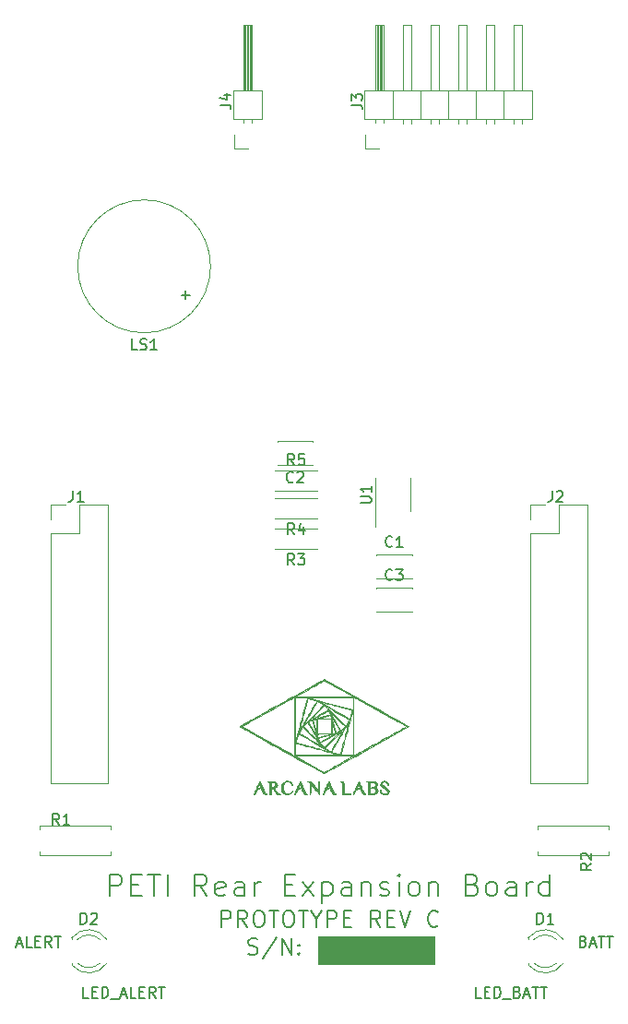
<source format=gbr>
G04 #@! TF.GenerationSoftware,KiCad,Pcbnew,5.1.5+dfsg1-2build2*
G04 #@! TF.CreationDate,2023-01-01T14:21:45-04:00*
G04 #@! TF.ProjectId,prototyping_backplane,70726f74-6f74-4797-9069-6e675f626163,B*
G04 #@! TF.SameCoordinates,Original*
G04 #@! TF.FileFunction,Legend,Top*
G04 #@! TF.FilePolarity,Positive*
%FSLAX46Y46*%
G04 Gerber Fmt 4.6, Leading zero omitted, Abs format (unit mm)*
G04 Created by KiCad (PCBNEW 5.1.5+dfsg1-2build2) date 2023-01-01 14:21:45*
%MOMM*%
%LPD*%
G04 APERTURE LIST*
%ADD10C,0.100000*%
%ADD11C,0.150000*%
%ADD12C,0.120000*%
%ADD13C,0.010000*%
G04 APERTURE END LIST*
D10*
G36*
X190500000Y-124333000D02*
G01*
X179832000Y-124333000D01*
X179832000Y-121793000D01*
X190500000Y-121793000D01*
X190500000Y-124333000D01*
G37*
X190500000Y-124333000D02*
X179832000Y-124333000D01*
X179832000Y-121793000D01*
X190500000Y-121793000D01*
X190500000Y-124333000D01*
D11*
X173410857Y-123416142D02*
X173625142Y-123487571D01*
X173982285Y-123487571D01*
X174125142Y-123416142D01*
X174196571Y-123344714D01*
X174268000Y-123201857D01*
X174268000Y-123059000D01*
X174196571Y-122916142D01*
X174125142Y-122844714D01*
X173982285Y-122773285D01*
X173696571Y-122701857D01*
X173553714Y-122630428D01*
X173482285Y-122559000D01*
X173410857Y-122416142D01*
X173410857Y-122273285D01*
X173482285Y-122130428D01*
X173553714Y-122059000D01*
X173696571Y-121987571D01*
X174053714Y-121987571D01*
X174268000Y-122059000D01*
X175982285Y-121916142D02*
X174696571Y-123844714D01*
X176482285Y-123487571D02*
X176482285Y-121987571D01*
X177339428Y-123487571D01*
X177339428Y-121987571D01*
X178053714Y-123344714D02*
X178125142Y-123416142D01*
X178053714Y-123487571D01*
X177982285Y-123416142D01*
X178053714Y-123344714D01*
X178053714Y-123487571D01*
X178053714Y-122559000D02*
X178125142Y-122630428D01*
X178053714Y-122701857D01*
X177982285Y-122630428D01*
X178053714Y-122559000D01*
X178053714Y-122701857D01*
X170955142Y-120947571D02*
X170955142Y-119447571D01*
X171526571Y-119447571D01*
X171669428Y-119519000D01*
X171740857Y-119590428D01*
X171812285Y-119733285D01*
X171812285Y-119947571D01*
X171740857Y-120090428D01*
X171669428Y-120161857D01*
X171526571Y-120233285D01*
X170955142Y-120233285D01*
X173312285Y-120947571D02*
X172812285Y-120233285D01*
X172455142Y-120947571D02*
X172455142Y-119447571D01*
X173026571Y-119447571D01*
X173169428Y-119519000D01*
X173240857Y-119590428D01*
X173312285Y-119733285D01*
X173312285Y-119947571D01*
X173240857Y-120090428D01*
X173169428Y-120161857D01*
X173026571Y-120233285D01*
X172455142Y-120233285D01*
X174240857Y-119447571D02*
X174526571Y-119447571D01*
X174669428Y-119519000D01*
X174812285Y-119661857D01*
X174883714Y-119947571D01*
X174883714Y-120447571D01*
X174812285Y-120733285D01*
X174669428Y-120876142D01*
X174526571Y-120947571D01*
X174240857Y-120947571D01*
X174098000Y-120876142D01*
X173955142Y-120733285D01*
X173883714Y-120447571D01*
X173883714Y-119947571D01*
X173955142Y-119661857D01*
X174098000Y-119519000D01*
X174240857Y-119447571D01*
X175312285Y-119447571D02*
X176169428Y-119447571D01*
X175740857Y-120947571D02*
X175740857Y-119447571D01*
X176955142Y-119447571D02*
X177240857Y-119447571D01*
X177383714Y-119519000D01*
X177526571Y-119661857D01*
X177598000Y-119947571D01*
X177598000Y-120447571D01*
X177526571Y-120733285D01*
X177383714Y-120876142D01*
X177240857Y-120947571D01*
X176955142Y-120947571D01*
X176812285Y-120876142D01*
X176669428Y-120733285D01*
X176598000Y-120447571D01*
X176598000Y-119947571D01*
X176669428Y-119661857D01*
X176812285Y-119519000D01*
X176955142Y-119447571D01*
X178026571Y-119447571D02*
X178883714Y-119447571D01*
X178455142Y-120947571D02*
X178455142Y-119447571D01*
X179669428Y-120233285D02*
X179669428Y-120947571D01*
X179169428Y-119447571D02*
X179669428Y-120233285D01*
X180169428Y-119447571D01*
X180669428Y-120947571D02*
X180669428Y-119447571D01*
X181240857Y-119447571D01*
X181383714Y-119519000D01*
X181455142Y-119590428D01*
X181526571Y-119733285D01*
X181526571Y-119947571D01*
X181455142Y-120090428D01*
X181383714Y-120161857D01*
X181240857Y-120233285D01*
X180669428Y-120233285D01*
X182169428Y-120161857D02*
X182669428Y-120161857D01*
X182883714Y-120947571D02*
X182169428Y-120947571D01*
X182169428Y-119447571D01*
X182883714Y-119447571D01*
X185526571Y-120947571D02*
X185026571Y-120233285D01*
X184669428Y-120947571D02*
X184669428Y-119447571D01*
X185240857Y-119447571D01*
X185383714Y-119519000D01*
X185455142Y-119590428D01*
X185526571Y-119733285D01*
X185526571Y-119947571D01*
X185455142Y-120090428D01*
X185383714Y-120161857D01*
X185240857Y-120233285D01*
X184669428Y-120233285D01*
X186169428Y-120161857D02*
X186669428Y-120161857D01*
X186883714Y-120947571D02*
X186169428Y-120947571D01*
X186169428Y-119447571D01*
X186883714Y-119447571D01*
X187312285Y-119447571D02*
X187812285Y-120947571D01*
X188312285Y-119447571D01*
X190812285Y-120804714D02*
X190740857Y-120876142D01*
X190526571Y-120947571D01*
X190383714Y-120947571D01*
X190169428Y-120876142D01*
X190026571Y-120733285D01*
X189955142Y-120590428D01*
X189883714Y-120304714D01*
X189883714Y-120090428D01*
X189955142Y-119804714D01*
X190026571Y-119661857D01*
X190169428Y-119519000D01*
X190383714Y-119447571D01*
X190526571Y-119447571D01*
X190740857Y-119519000D01*
X190812285Y-119590428D01*
X160657523Y-118125761D02*
X160657523Y-116125761D01*
X161419428Y-116125761D01*
X161609904Y-116221000D01*
X161705142Y-116316238D01*
X161800380Y-116506714D01*
X161800380Y-116792428D01*
X161705142Y-116982904D01*
X161609904Y-117078142D01*
X161419428Y-117173380D01*
X160657523Y-117173380D01*
X162657523Y-117078142D02*
X163324190Y-117078142D01*
X163609904Y-118125761D02*
X162657523Y-118125761D01*
X162657523Y-116125761D01*
X163609904Y-116125761D01*
X164181333Y-116125761D02*
X165324190Y-116125761D01*
X164752761Y-118125761D02*
X164752761Y-116125761D01*
X165990857Y-118125761D02*
X165990857Y-116125761D01*
X169609904Y-118125761D02*
X168943238Y-117173380D01*
X168467047Y-118125761D02*
X168467047Y-116125761D01*
X169228952Y-116125761D01*
X169419428Y-116221000D01*
X169514666Y-116316238D01*
X169609904Y-116506714D01*
X169609904Y-116792428D01*
X169514666Y-116982904D01*
X169419428Y-117078142D01*
X169228952Y-117173380D01*
X168467047Y-117173380D01*
X171228952Y-118030523D02*
X171038476Y-118125761D01*
X170657523Y-118125761D01*
X170467047Y-118030523D01*
X170371809Y-117840047D01*
X170371809Y-117078142D01*
X170467047Y-116887666D01*
X170657523Y-116792428D01*
X171038476Y-116792428D01*
X171228952Y-116887666D01*
X171324190Y-117078142D01*
X171324190Y-117268619D01*
X170371809Y-117459095D01*
X173038476Y-118125761D02*
X173038476Y-117078142D01*
X172943238Y-116887666D01*
X172752761Y-116792428D01*
X172371809Y-116792428D01*
X172181333Y-116887666D01*
X173038476Y-118030523D02*
X172847999Y-118125761D01*
X172371809Y-118125761D01*
X172181333Y-118030523D01*
X172086095Y-117840047D01*
X172086095Y-117649571D01*
X172181333Y-117459095D01*
X172371809Y-117363857D01*
X172847999Y-117363857D01*
X173038476Y-117268619D01*
X173990857Y-118125761D02*
X173990857Y-116792428D01*
X173990857Y-117173380D02*
X174086095Y-116982904D01*
X174181333Y-116887666D01*
X174371809Y-116792428D01*
X174562285Y-116792428D01*
X176752761Y-117078142D02*
X177419428Y-117078142D01*
X177705142Y-118125761D02*
X176752761Y-118125761D01*
X176752761Y-116125761D01*
X177705142Y-116125761D01*
X178371809Y-118125761D02*
X179419428Y-116792428D01*
X178371809Y-116792428D02*
X179419428Y-118125761D01*
X180181333Y-116792428D02*
X180181333Y-118792428D01*
X180181333Y-116887666D02*
X180371809Y-116792428D01*
X180752761Y-116792428D01*
X180943238Y-116887666D01*
X181038476Y-116982904D01*
X181133714Y-117173380D01*
X181133714Y-117744809D01*
X181038476Y-117935285D01*
X180943238Y-118030523D01*
X180752761Y-118125761D01*
X180371809Y-118125761D01*
X180181333Y-118030523D01*
X182847999Y-118125761D02*
X182847999Y-117078142D01*
X182752761Y-116887666D01*
X182562285Y-116792428D01*
X182181333Y-116792428D01*
X181990857Y-116887666D01*
X182847999Y-118030523D02*
X182657523Y-118125761D01*
X182181333Y-118125761D01*
X181990857Y-118030523D01*
X181895619Y-117840047D01*
X181895619Y-117649571D01*
X181990857Y-117459095D01*
X182181333Y-117363857D01*
X182657523Y-117363857D01*
X182847999Y-117268619D01*
X183800380Y-116792428D02*
X183800380Y-118125761D01*
X183800380Y-116982904D02*
X183895619Y-116887666D01*
X184086095Y-116792428D01*
X184371809Y-116792428D01*
X184562285Y-116887666D01*
X184657523Y-117078142D01*
X184657523Y-118125761D01*
X185514666Y-118030523D02*
X185705142Y-118125761D01*
X186086095Y-118125761D01*
X186276571Y-118030523D01*
X186371809Y-117840047D01*
X186371809Y-117744809D01*
X186276571Y-117554333D01*
X186086095Y-117459095D01*
X185800380Y-117459095D01*
X185609904Y-117363857D01*
X185514666Y-117173380D01*
X185514666Y-117078142D01*
X185609904Y-116887666D01*
X185800380Y-116792428D01*
X186086095Y-116792428D01*
X186276571Y-116887666D01*
X187228952Y-118125761D02*
X187228952Y-116792428D01*
X187228952Y-116125761D02*
X187133714Y-116221000D01*
X187228952Y-116316238D01*
X187324190Y-116221000D01*
X187228952Y-116125761D01*
X187228952Y-116316238D01*
X188467047Y-118125761D02*
X188276571Y-118030523D01*
X188181333Y-117935285D01*
X188086095Y-117744809D01*
X188086095Y-117173380D01*
X188181333Y-116982904D01*
X188276571Y-116887666D01*
X188467047Y-116792428D01*
X188752761Y-116792428D01*
X188943238Y-116887666D01*
X189038476Y-116982904D01*
X189133714Y-117173380D01*
X189133714Y-117744809D01*
X189038476Y-117935285D01*
X188943238Y-118030523D01*
X188752761Y-118125761D01*
X188467047Y-118125761D01*
X189990857Y-116792428D02*
X189990857Y-118125761D01*
X189990857Y-116982904D02*
X190086095Y-116887666D01*
X190276571Y-116792428D01*
X190562285Y-116792428D01*
X190752761Y-116887666D01*
X190847999Y-117078142D01*
X190847999Y-118125761D01*
X193990857Y-117078142D02*
X194276571Y-117173380D01*
X194371809Y-117268619D01*
X194467047Y-117459095D01*
X194467047Y-117744809D01*
X194371809Y-117935285D01*
X194276571Y-118030523D01*
X194086095Y-118125761D01*
X193324190Y-118125761D01*
X193324190Y-116125761D01*
X193990857Y-116125761D01*
X194181333Y-116221000D01*
X194276571Y-116316238D01*
X194371809Y-116506714D01*
X194371809Y-116697190D01*
X194276571Y-116887666D01*
X194181333Y-116982904D01*
X193990857Y-117078142D01*
X193324190Y-117078142D01*
X195609904Y-118125761D02*
X195419428Y-118030523D01*
X195324190Y-117935285D01*
X195228952Y-117744809D01*
X195228952Y-117173380D01*
X195324190Y-116982904D01*
X195419428Y-116887666D01*
X195609904Y-116792428D01*
X195895619Y-116792428D01*
X196086095Y-116887666D01*
X196181333Y-116982904D01*
X196276571Y-117173380D01*
X196276571Y-117744809D01*
X196181333Y-117935285D01*
X196086095Y-118030523D01*
X195895619Y-118125761D01*
X195609904Y-118125761D01*
X197990857Y-118125761D02*
X197990857Y-117078142D01*
X197895619Y-116887666D01*
X197705142Y-116792428D01*
X197324190Y-116792428D01*
X197133714Y-116887666D01*
X197990857Y-118030523D02*
X197800380Y-118125761D01*
X197324190Y-118125761D01*
X197133714Y-118030523D01*
X197038476Y-117840047D01*
X197038476Y-117649571D01*
X197133714Y-117459095D01*
X197324190Y-117363857D01*
X197800380Y-117363857D01*
X197990857Y-117268619D01*
X198943238Y-118125761D02*
X198943238Y-116792428D01*
X198943238Y-117173380D02*
X199038476Y-116982904D01*
X199133714Y-116887666D01*
X199324190Y-116792428D01*
X199514666Y-116792428D01*
X201038476Y-118125761D02*
X201038476Y-116125761D01*
X201038476Y-118030523D02*
X200847999Y-118125761D01*
X200467047Y-118125761D01*
X200276571Y-118030523D01*
X200181333Y-117935285D01*
X200086095Y-117744809D01*
X200086095Y-117173380D01*
X200181333Y-116982904D01*
X200276571Y-116887666D01*
X200467047Y-116792428D01*
X200847999Y-116792428D01*
X201038476Y-116887666D01*
D12*
X172085000Y-49530000D02*
X172085000Y-48260000D01*
X173355000Y-49530000D02*
X172085000Y-49530000D01*
X173735000Y-47150000D02*
X173735000Y-46820000D01*
X172975000Y-47150000D02*
X172975000Y-46820000D01*
X173635000Y-44160000D02*
X173635000Y-38160000D01*
X173515000Y-44160000D02*
X173515000Y-38160000D01*
X173395000Y-44160000D02*
X173395000Y-38160000D01*
X173275000Y-44160000D02*
X173275000Y-38160000D01*
X173155000Y-44160000D02*
X173155000Y-38160000D01*
X173035000Y-44160000D02*
X173035000Y-38160000D01*
X173735000Y-38160000D02*
X173735000Y-44160000D01*
X172975000Y-38160000D02*
X173735000Y-38160000D01*
X172975000Y-44160000D02*
X172975000Y-38160000D01*
X172025000Y-44160000D02*
X172025000Y-46820000D01*
X174685000Y-44160000D02*
X172025000Y-44160000D01*
X174685000Y-46820000D02*
X174685000Y-44160000D01*
X172025000Y-46820000D02*
X174685000Y-46820000D01*
X185080000Y-81280000D02*
X185080000Y-84205000D01*
X185080000Y-81280000D02*
X185080000Y-79780000D01*
X188300000Y-81280000D02*
X188300000Y-82780000D01*
X188300000Y-81280000D02*
X188300000Y-79780000D01*
X175880000Y-80930000D02*
X179720000Y-80930000D01*
X175880000Y-79090000D02*
X179720000Y-79090000D01*
X179720000Y-81630000D02*
X175880000Y-81630000D01*
X179720000Y-83470000D02*
X175880000Y-83470000D01*
X179720000Y-84424000D02*
X175880000Y-84424000D01*
X179720000Y-86264000D02*
X175880000Y-86264000D01*
X188417000Y-91987000D02*
X188417000Y-92052000D01*
X188417000Y-89812000D02*
X188417000Y-89877000D01*
X185177000Y-91987000D02*
X185177000Y-92052000D01*
X185177000Y-89812000D02*
X185177000Y-89877000D01*
X185177000Y-92052000D02*
X188417000Y-92052000D01*
X185177000Y-89812000D02*
X188417000Y-89812000D01*
X176073000Y-76415000D02*
X176073000Y-76350000D01*
X176073000Y-78590000D02*
X176073000Y-78525000D01*
X179313000Y-76415000D02*
X179313000Y-76350000D01*
X179313000Y-78590000D02*
X179313000Y-78525000D01*
X179313000Y-76350000D02*
X176073000Y-76350000D01*
X179313000Y-78590000D02*
X176073000Y-78590000D01*
X188417000Y-88939000D02*
X188417000Y-89004000D01*
X188417000Y-86764000D02*
X188417000Y-86829000D01*
X185177000Y-88939000D02*
X185177000Y-89004000D01*
X185177000Y-86764000D02*
X185177000Y-86829000D01*
X185177000Y-89004000D02*
X188417000Y-89004000D01*
X185177000Y-86764000D02*
X188417000Y-86764000D01*
X184150000Y-49530000D02*
X184150000Y-48260000D01*
X185420000Y-49530000D02*
X184150000Y-49530000D01*
X198500000Y-47217071D02*
X198500000Y-46820000D01*
X197740000Y-47217071D02*
X197740000Y-46820000D01*
X198500000Y-38160000D02*
X198500000Y-44160000D01*
X197740000Y-38160000D02*
X198500000Y-38160000D01*
X197740000Y-44160000D02*
X197740000Y-38160000D01*
X196850000Y-46820000D02*
X196850000Y-44160000D01*
X195960000Y-47217071D02*
X195960000Y-46820000D01*
X195200000Y-47217071D02*
X195200000Y-46820000D01*
X195960000Y-38160000D02*
X195960000Y-44160000D01*
X195200000Y-38160000D02*
X195960000Y-38160000D01*
X195200000Y-44160000D02*
X195200000Y-38160000D01*
X194310000Y-46820000D02*
X194310000Y-44160000D01*
X193420000Y-47217071D02*
X193420000Y-46820000D01*
X192660000Y-47217071D02*
X192660000Y-46820000D01*
X193420000Y-38160000D02*
X193420000Y-44160000D01*
X192660000Y-38160000D02*
X193420000Y-38160000D01*
X192660000Y-44160000D02*
X192660000Y-38160000D01*
X191770000Y-46820000D02*
X191770000Y-44160000D01*
X190880000Y-47217071D02*
X190880000Y-46820000D01*
X190120000Y-47217071D02*
X190120000Y-46820000D01*
X190880000Y-38160000D02*
X190880000Y-44160000D01*
X190120000Y-38160000D02*
X190880000Y-38160000D01*
X190120000Y-44160000D02*
X190120000Y-38160000D01*
X189230000Y-46820000D02*
X189230000Y-44160000D01*
X188340000Y-47217071D02*
X188340000Y-46820000D01*
X187580000Y-47217071D02*
X187580000Y-46820000D01*
X188340000Y-38160000D02*
X188340000Y-44160000D01*
X187580000Y-38160000D02*
X188340000Y-38160000D01*
X187580000Y-44160000D02*
X187580000Y-38160000D01*
X186690000Y-46820000D02*
X186690000Y-44160000D01*
X185800000Y-47150000D02*
X185800000Y-46820000D01*
X185040000Y-47150000D02*
X185040000Y-46820000D01*
X185700000Y-44160000D02*
X185700000Y-38160000D01*
X185580000Y-44160000D02*
X185580000Y-38160000D01*
X185460000Y-44160000D02*
X185460000Y-38160000D01*
X185340000Y-44160000D02*
X185340000Y-38160000D01*
X185220000Y-44160000D02*
X185220000Y-38160000D01*
X185100000Y-44160000D02*
X185100000Y-38160000D01*
X185800000Y-38160000D02*
X185800000Y-44160000D01*
X185040000Y-38160000D02*
X185800000Y-38160000D01*
X185040000Y-44160000D02*
X185040000Y-38160000D01*
X184090000Y-44160000D02*
X184090000Y-46820000D01*
X199450000Y-44160000D02*
X184090000Y-44160000D01*
X199450000Y-46820000D02*
X199450000Y-44160000D01*
X184090000Y-46820000D02*
X199450000Y-46820000D01*
X160750000Y-114400000D02*
X160750000Y-114070000D01*
X154210000Y-114400000D02*
X160750000Y-114400000D01*
X154210000Y-114070000D02*
X154210000Y-114400000D01*
X160750000Y-111660000D02*
X160750000Y-111990000D01*
X154210000Y-111660000D02*
X160750000Y-111660000D01*
X154210000Y-111990000D02*
X154210000Y-111660000D01*
X199930000Y-111660000D02*
X199930000Y-111990000D01*
X206470000Y-111660000D02*
X199930000Y-111660000D01*
X206470000Y-111990000D02*
X206470000Y-111660000D01*
X199930000Y-114400000D02*
X199930000Y-114070000D01*
X206470000Y-114400000D02*
X199930000Y-114400000D01*
X206470000Y-114070000D02*
X206470000Y-114400000D01*
X155300000Y-82210000D02*
X156630000Y-82210000D01*
X155300000Y-83540000D02*
X155300000Y-82210000D01*
X157900000Y-82210000D02*
X160500000Y-82210000D01*
X157900000Y-84810000D02*
X157900000Y-82210000D01*
X155300000Y-84810000D02*
X157900000Y-84810000D01*
X160500000Y-82210000D02*
X160500000Y-107730000D01*
X155300000Y-84810000D02*
X155300000Y-107730000D01*
X155300000Y-107730000D02*
X160500000Y-107730000D01*
X199300000Y-82210000D02*
X200630000Y-82210000D01*
X199300000Y-83540000D02*
X199300000Y-82210000D01*
X201900000Y-82210000D02*
X204500000Y-82210000D01*
X201900000Y-84810000D02*
X201900000Y-82210000D01*
X199300000Y-84810000D02*
X201900000Y-84810000D01*
X204500000Y-82210000D02*
X204500000Y-107730000D01*
X199300000Y-84810000D02*
X199300000Y-107730000D01*
X199300000Y-107730000D02*
X204500000Y-107730000D01*
D13*
G36*
X177097560Y-107556472D02*
G01*
X177209746Y-107588696D01*
X177303515Y-107630324D01*
X177363334Y-107676314D01*
X177397259Y-107736307D01*
X177413343Y-107819943D01*
X177414615Y-107833912D01*
X177416364Y-107907367D01*
X177407693Y-107943451D01*
X177390531Y-107940723D01*
X177366806Y-107897742D01*
X177358380Y-107875909D01*
X177296916Y-107760726D01*
X177209204Y-107675975D01*
X177100073Y-107625181D01*
X176995667Y-107611334D01*
X176872736Y-107630320D01*
X176768828Y-107685959D01*
X176685651Y-107776275D01*
X176624915Y-107899288D01*
X176588329Y-108053022D01*
X176584028Y-108087584D01*
X176581755Y-108252553D01*
X176610734Y-108397657D01*
X176668747Y-108519339D01*
X176753575Y-108614042D01*
X176863001Y-108678211D01*
X176969455Y-108705541D01*
X177091265Y-108703352D01*
X177204003Y-108661679D01*
X177311168Y-108579172D01*
X177319952Y-108570415D01*
X177371185Y-108521778D01*
X177410750Y-108490363D01*
X177429862Y-108482973D01*
X177427202Y-108507391D01*
X177400162Y-108550515D01*
X177356510Y-108603510D01*
X177304018Y-108657542D01*
X177250455Y-108703775D01*
X177214458Y-108727905D01*
X177108759Y-108767644D01*
X176982836Y-108786483D01*
X176854137Y-108782825D01*
X176777936Y-108767819D01*
X176649249Y-108710497D01*
X176539999Y-108616098D01*
X176458149Y-108499807D01*
X176426948Y-108441422D01*
X176407553Y-108391451D01*
X176397199Y-108336537D01*
X176393121Y-108263325D01*
X176392519Y-108182834D01*
X176393998Y-108082664D01*
X176399943Y-108011480D01*
X176412794Y-107955984D01*
X176434991Y-107902877D01*
X176448837Y-107875917D01*
X176542567Y-107740067D01*
X176658823Y-107638492D01*
X176793085Y-107572897D01*
X176940837Y-107544989D01*
X177097560Y-107556472D01*
G37*
X177097560Y-107556472D02*
X177209746Y-107588696D01*
X177303515Y-107630324D01*
X177363334Y-107676314D01*
X177397259Y-107736307D01*
X177413343Y-107819943D01*
X177414615Y-107833912D01*
X177416364Y-107907367D01*
X177407693Y-107943451D01*
X177390531Y-107940723D01*
X177366806Y-107897742D01*
X177358380Y-107875909D01*
X177296916Y-107760726D01*
X177209204Y-107675975D01*
X177100073Y-107625181D01*
X176995667Y-107611334D01*
X176872736Y-107630320D01*
X176768828Y-107685959D01*
X176685651Y-107776275D01*
X176624915Y-107899288D01*
X176588329Y-108053022D01*
X176584028Y-108087584D01*
X176581755Y-108252553D01*
X176610734Y-108397657D01*
X176668747Y-108519339D01*
X176753575Y-108614042D01*
X176863001Y-108678211D01*
X176969455Y-108705541D01*
X177091265Y-108703352D01*
X177204003Y-108661679D01*
X177311168Y-108579172D01*
X177319952Y-108570415D01*
X177371185Y-108521778D01*
X177410750Y-108490363D01*
X177429862Y-108482973D01*
X177427202Y-108507391D01*
X177400162Y-108550515D01*
X177356510Y-108603510D01*
X177304018Y-108657542D01*
X177250455Y-108703775D01*
X177214458Y-108727905D01*
X177108759Y-108767644D01*
X176982836Y-108786483D01*
X176854137Y-108782825D01*
X176777936Y-108767819D01*
X176649249Y-108710497D01*
X176539999Y-108616098D01*
X176458149Y-108499807D01*
X176426948Y-108441422D01*
X176407553Y-108391451D01*
X176397199Y-108336537D01*
X176393121Y-108263325D01*
X176392519Y-108182834D01*
X176393998Y-108082664D01*
X176399943Y-108011480D01*
X176412794Y-107955984D01*
X176434991Y-107902877D01*
X176448837Y-107875917D01*
X176542567Y-107740067D01*
X176658823Y-107638492D01*
X176793085Y-107572897D01*
X176940837Y-107544989D01*
X177097560Y-107556472D01*
G36*
X186015337Y-107569926D02*
G01*
X186124492Y-107618561D01*
X186176420Y-107658367D01*
X186203435Y-107690740D01*
X186218065Y-107732096D01*
X186223759Y-107795619D01*
X186224334Y-107841506D01*
X186221358Y-107918548D01*
X186212280Y-107953731D01*
X186196874Y-107947121D01*
X186174914Y-107898781D01*
X186161572Y-107859504D01*
X186109951Y-107753355D01*
X186034584Y-107674792D01*
X185946244Y-107631713D01*
X185852102Y-107621944D01*
X185767341Y-107641122D01*
X185700600Y-107684460D01*
X185660514Y-107747171D01*
X185652834Y-107794336D01*
X185667605Y-107848958D01*
X185713725Y-107907911D01*
X185793901Y-107973688D01*
X185910840Y-108048784D01*
X185959664Y-108077000D01*
X186100096Y-108163373D01*
X186201997Y-108243539D01*
X186267919Y-108321508D01*
X186300413Y-108401287D01*
X186302032Y-108486886D01*
X186277588Y-108576478D01*
X186220974Y-108668875D01*
X186135016Y-108737869D01*
X186027327Y-108780702D01*
X185905521Y-108794620D01*
X185777211Y-108776865D01*
X185748084Y-108768177D01*
X185643192Y-108729546D01*
X185573205Y-108690514D01*
X185531354Y-108643219D01*
X185510873Y-108579800D01*
X185504994Y-108492394D01*
X185504956Y-108485708D01*
X185510376Y-108425544D01*
X185524114Y-108388244D01*
X185541704Y-108380122D01*
X185558682Y-108407494D01*
X185559168Y-108409034D01*
X185611400Y-108539166D01*
X185677220Y-108631032D01*
X185759620Y-108687354D01*
X185861595Y-108710852D01*
X185892350Y-108711921D01*
X186003366Y-108699079D01*
X186082062Y-108660926D01*
X186127264Y-108598319D01*
X186138523Y-108532084D01*
X186132182Y-108482714D01*
X186109250Y-108437315D01*
X186064371Y-108390292D01*
X185992190Y-108336053D01*
X185887351Y-108269003D01*
X185885667Y-108267972D01*
X185799291Y-108214048D01*
X185718413Y-108161712D01*
X185655401Y-108119045D01*
X185634713Y-108104053D01*
X185557769Y-108022624D01*
X185516234Y-107927609D01*
X185509594Y-107827486D01*
X185537333Y-107730728D01*
X185598934Y-107645811D01*
X185665620Y-107595807D01*
X185772645Y-107556925D01*
X185893635Y-107548839D01*
X186015337Y-107569926D01*
G37*
X186015337Y-107569926D02*
X186124492Y-107618561D01*
X186176420Y-107658367D01*
X186203435Y-107690740D01*
X186218065Y-107732096D01*
X186223759Y-107795619D01*
X186224334Y-107841506D01*
X186221358Y-107918548D01*
X186212280Y-107953731D01*
X186196874Y-107947121D01*
X186174914Y-107898781D01*
X186161572Y-107859504D01*
X186109951Y-107753355D01*
X186034584Y-107674792D01*
X185946244Y-107631713D01*
X185852102Y-107621944D01*
X185767341Y-107641122D01*
X185700600Y-107684460D01*
X185660514Y-107747171D01*
X185652834Y-107794336D01*
X185667605Y-107848958D01*
X185713725Y-107907911D01*
X185793901Y-107973688D01*
X185910840Y-108048784D01*
X185959664Y-108077000D01*
X186100096Y-108163373D01*
X186201997Y-108243539D01*
X186267919Y-108321508D01*
X186300413Y-108401287D01*
X186302032Y-108486886D01*
X186277588Y-108576478D01*
X186220974Y-108668875D01*
X186135016Y-108737869D01*
X186027327Y-108780702D01*
X185905521Y-108794620D01*
X185777211Y-108776865D01*
X185748084Y-108768177D01*
X185643192Y-108729546D01*
X185573205Y-108690514D01*
X185531354Y-108643219D01*
X185510873Y-108579800D01*
X185504994Y-108492394D01*
X185504956Y-108485708D01*
X185510376Y-108425544D01*
X185524114Y-108388244D01*
X185541704Y-108380122D01*
X185558682Y-108407494D01*
X185559168Y-108409034D01*
X185611400Y-108539166D01*
X185677220Y-108631032D01*
X185759620Y-108687354D01*
X185861595Y-108710852D01*
X185892350Y-108711921D01*
X186003366Y-108699079D01*
X186082062Y-108660926D01*
X186127264Y-108598319D01*
X186138523Y-108532084D01*
X186132182Y-108482714D01*
X186109250Y-108437315D01*
X186064371Y-108390292D01*
X185992190Y-108336053D01*
X185887351Y-108269003D01*
X185885667Y-108267972D01*
X185799291Y-108214048D01*
X185718413Y-108161712D01*
X185655401Y-108119045D01*
X185634713Y-108104053D01*
X185557769Y-108022624D01*
X185516234Y-107927609D01*
X185509594Y-107827486D01*
X185537333Y-107730728D01*
X185598934Y-107645811D01*
X185665620Y-107595807D01*
X185772645Y-107556925D01*
X185893635Y-107548839D01*
X186015337Y-107569926D01*
G36*
X174454990Y-107574410D02*
G01*
X174482395Y-107629112D01*
X174520693Y-107712161D01*
X174567414Y-107818101D01*
X174620085Y-107941475D01*
X174659457Y-108035980D01*
X174732661Y-108212831D01*
X174792160Y-108354537D01*
X174840084Y-108465212D01*
X174878564Y-108548972D01*
X174909730Y-108609929D01*
X174935714Y-108652201D01*
X174958645Y-108679900D01*
X174980654Y-108697141D01*
X175003872Y-108708040D01*
X175008261Y-108709617D01*
X175055958Y-108734348D01*
X175066713Y-108757779D01*
X175040198Y-108772849D01*
X175011292Y-108775035D01*
X174935514Y-108761444D01*
X174852977Y-108727458D01*
X174780907Y-108681660D01*
X174741092Y-108640392D01*
X174720659Y-108602280D01*
X174687993Y-108533351D01*
X174646896Y-108441965D01*
X174601173Y-108336483D01*
X174579024Y-108284076D01*
X174532391Y-108172899D01*
X174489057Y-108069775D01*
X174452810Y-107983700D01*
X174427433Y-107923670D01*
X174420619Y-107907667D01*
X174388906Y-107833584D01*
X174328744Y-107964989D01*
X174285748Y-108059396D01*
X174260546Y-108121666D01*
X174254029Y-108158472D01*
X174267083Y-108176486D01*
X174300597Y-108182383D01*
X174355460Y-108182834D01*
X174357741Y-108182834D01*
X174424447Y-108186392D01*
X174472450Y-108195552D01*
X174487417Y-108204000D01*
X174480823Y-108220557D01*
X174456073Y-108225167D01*
X174372749Y-108244033D01*
X174284181Y-108295745D01*
X174198459Y-108372970D01*
X174123677Y-108468375D01*
X174067926Y-108574628D01*
X174066555Y-108578105D01*
X174022482Y-108680235D01*
X173984322Y-108744101D01*
X173949906Y-108772996D01*
X173936596Y-108775500D01*
X173908697Y-108767432D01*
X173905334Y-108760835D01*
X173913510Y-108732497D01*
X173936363Y-108672669D01*
X173971380Y-108587017D01*
X174016047Y-108481206D01*
X174067852Y-108360901D01*
X174124280Y-108231767D01*
X174182818Y-108099470D01*
X174240954Y-107969674D01*
X174296174Y-107848046D01*
X174345963Y-107740250D01*
X174387810Y-107651952D01*
X174419201Y-107588816D01*
X174437623Y-107556509D01*
X174440949Y-107553511D01*
X174454990Y-107574410D01*
G37*
X174454990Y-107574410D02*
X174482395Y-107629112D01*
X174520693Y-107712161D01*
X174567414Y-107818101D01*
X174620085Y-107941475D01*
X174659457Y-108035980D01*
X174732661Y-108212831D01*
X174792160Y-108354537D01*
X174840084Y-108465212D01*
X174878564Y-108548972D01*
X174909730Y-108609929D01*
X174935714Y-108652201D01*
X174958645Y-108679900D01*
X174980654Y-108697141D01*
X175003872Y-108708040D01*
X175008261Y-108709617D01*
X175055958Y-108734348D01*
X175066713Y-108757779D01*
X175040198Y-108772849D01*
X175011292Y-108775035D01*
X174935514Y-108761444D01*
X174852977Y-108727458D01*
X174780907Y-108681660D01*
X174741092Y-108640392D01*
X174720659Y-108602280D01*
X174687993Y-108533351D01*
X174646896Y-108441965D01*
X174601173Y-108336483D01*
X174579024Y-108284076D01*
X174532391Y-108172899D01*
X174489057Y-108069775D01*
X174452810Y-107983700D01*
X174427433Y-107923670D01*
X174420619Y-107907667D01*
X174388906Y-107833584D01*
X174328744Y-107964989D01*
X174285748Y-108059396D01*
X174260546Y-108121666D01*
X174254029Y-108158472D01*
X174267083Y-108176486D01*
X174300597Y-108182383D01*
X174355460Y-108182834D01*
X174357741Y-108182834D01*
X174424447Y-108186392D01*
X174472450Y-108195552D01*
X174487417Y-108204000D01*
X174480823Y-108220557D01*
X174456073Y-108225167D01*
X174372749Y-108244033D01*
X174284181Y-108295745D01*
X174198459Y-108372970D01*
X174123677Y-108468375D01*
X174067926Y-108574628D01*
X174066555Y-108578105D01*
X174022482Y-108680235D01*
X173984322Y-108744101D01*
X173949906Y-108772996D01*
X173936596Y-108775500D01*
X173908697Y-108767432D01*
X173905334Y-108760835D01*
X173913510Y-108732497D01*
X173936363Y-108672669D01*
X173971380Y-108587017D01*
X174016047Y-108481206D01*
X174067852Y-108360901D01*
X174124280Y-108231767D01*
X174182818Y-108099470D01*
X174240954Y-107969674D01*
X174296174Y-107848046D01*
X174345963Y-107740250D01*
X174387810Y-107651952D01*
X174419201Y-107588816D01*
X174437623Y-107556509D01*
X174440949Y-107553511D01*
X174454990Y-107574410D01*
G36*
X175593050Y-107570840D02*
G01*
X175690874Y-107574391D01*
X175772438Y-107579834D01*
X175829378Y-107587155D01*
X175845997Y-107591513D01*
X175935818Y-107644152D01*
X176005208Y-107721135D01*
X176047794Y-107812045D01*
X176057202Y-107906465D01*
X176053389Y-107930479D01*
X176022558Y-108003032D01*
X175968706Y-108073344D01*
X175904225Y-108127840D01*
X175851780Y-108151278D01*
X175807704Y-108167220D01*
X175789168Y-108186362D01*
X175789167Y-108186513D01*
X175801038Y-108212239D01*
X175832805Y-108263444D01*
X175878696Y-108331939D01*
X175932943Y-108409535D01*
X175989775Y-108488046D01*
X176043421Y-108559283D01*
X176088111Y-108615058D01*
X176103792Y-108632963D01*
X176161852Y-108678474D01*
X176231658Y-108711307D01*
X176238589Y-108713326D01*
X176286394Y-108731374D01*
X176307830Y-108750090D01*
X176307140Y-108755321D01*
X176280280Y-108766377D01*
X176225226Y-108773040D01*
X176155929Y-108774941D01*
X176086335Y-108771709D01*
X176030393Y-108762974D01*
X176029336Y-108762694D01*
X175999324Y-108740518D01*
X175950242Y-108687349D01*
X175885952Y-108607781D01*
X175810314Y-108506406D01*
X175789401Y-108477233D01*
X175714567Y-108373098D01*
X175658854Y-108299026D01*
X175617618Y-108250050D01*
X175586214Y-108221199D01*
X175559996Y-108207506D01*
X175534319Y-108204001D01*
X175533971Y-108204000D01*
X175472896Y-108204000D01*
X175466990Y-108484459D01*
X175461084Y-108764917D01*
X175381709Y-108771486D01*
X175302334Y-108778056D01*
X175302334Y-108235636D01*
X175301461Y-108059726D01*
X175298935Y-107910478D01*
X175294891Y-107791517D01*
X175289466Y-107706468D01*
X175282795Y-107658955D01*
X175281598Y-107655585D01*
X175471667Y-107655585D01*
X175471667Y-108140500D01*
X175546430Y-108140500D01*
X175621038Y-108131665D01*
X175691043Y-108111315D01*
X175779150Y-108054369D01*
X175834174Y-107973377D01*
X175852667Y-107875917D01*
X175833917Y-107781262D01*
X175782394Y-107706240D01*
X175705184Y-107656229D01*
X175609374Y-107636608D01*
X175544371Y-107641946D01*
X175471667Y-107655585D01*
X175281598Y-107655585D01*
X175280422Y-107652275D01*
X175239397Y-107618322D01*
X175195755Y-107611334D01*
X175151493Y-107605135D01*
X175133000Y-107590227D01*
X175133000Y-107590167D01*
X175152749Y-107582029D01*
X175206420Y-107575880D01*
X175285650Y-107571701D01*
X175382074Y-107569479D01*
X175487328Y-107569197D01*
X175593050Y-107570840D01*
G37*
X175593050Y-107570840D02*
X175690874Y-107574391D01*
X175772438Y-107579834D01*
X175829378Y-107587155D01*
X175845997Y-107591513D01*
X175935818Y-107644152D01*
X176005208Y-107721135D01*
X176047794Y-107812045D01*
X176057202Y-107906465D01*
X176053389Y-107930479D01*
X176022558Y-108003032D01*
X175968706Y-108073344D01*
X175904225Y-108127840D01*
X175851780Y-108151278D01*
X175807704Y-108167220D01*
X175789168Y-108186362D01*
X175789167Y-108186513D01*
X175801038Y-108212239D01*
X175832805Y-108263444D01*
X175878696Y-108331939D01*
X175932943Y-108409535D01*
X175989775Y-108488046D01*
X176043421Y-108559283D01*
X176088111Y-108615058D01*
X176103792Y-108632963D01*
X176161852Y-108678474D01*
X176231658Y-108711307D01*
X176238589Y-108713326D01*
X176286394Y-108731374D01*
X176307830Y-108750090D01*
X176307140Y-108755321D01*
X176280280Y-108766377D01*
X176225226Y-108773040D01*
X176155929Y-108774941D01*
X176086335Y-108771709D01*
X176030393Y-108762974D01*
X176029336Y-108762694D01*
X175999324Y-108740518D01*
X175950242Y-108687349D01*
X175885952Y-108607781D01*
X175810314Y-108506406D01*
X175789401Y-108477233D01*
X175714567Y-108373098D01*
X175658854Y-108299026D01*
X175617618Y-108250050D01*
X175586214Y-108221199D01*
X175559996Y-108207506D01*
X175534319Y-108204001D01*
X175533971Y-108204000D01*
X175472896Y-108204000D01*
X175466990Y-108484459D01*
X175461084Y-108764917D01*
X175381709Y-108771486D01*
X175302334Y-108778056D01*
X175302334Y-108235636D01*
X175301461Y-108059726D01*
X175298935Y-107910478D01*
X175294891Y-107791517D01*
X175289466Y-107706468D01*
X175282795Y-107658955D01*
X175281598Y-107655585D01*
X175471667Y-107655585D01*
X175471667Y-108140500D01*
X175546430Y-108140500D01*
X175621038Y-108131665D01*
X175691043Y-108111315D01*
X175779150Y-108054369D01*
X175834174Y-107973377D01*
X175852667Y-107875917D01*
X175833917Y-107781262D01*
X175782394Y-107706240D01*
X175705184Y-107656229D01*
X175609374Y-107636608D01*
X175544371Y-107641946D01*
X175471667Y-107655585D01*
X175281598Y-107655585D01*
X175280422Y-107652275D01*
X175239397Y-107618322D01*
X175195755Y-107611334D01*
X175151493Y-107605135D01*
X175133000Y-107590227D01*
X175133000Y-107590167D01*
X175152749Y-107582029D01*
X175206420Y-107575880D01*
X175285650Y-107571701D01*
X175382074Y-107569479D01*
X175487328Y-107569197D01*
X175593050Y-107570840D01*
G36*
X178172212Y-107577166D02*
G01*
X178200335Y-107629934D01*
X178239480Y-107711507D01*
X178287209Y-107816668D01*
X178341085Y-107940200D01*
X178389927Y-108055834D01*
X178462491Y-108229779D01*
X178521048Y-108368748D01*
X178567756Y-108476895D01*
X178604769Y-108558368D01*
X178634246Y-108617320D01*
X178658343Y-108657903D01*
X178679215Y-108684266D01*
X178699020Y-108700561D01*
X178719914Y-108710941D01*
X178732691Y-108715645D01*
X178783324Y-108739708D01*
X178794288Y-108759404D01*
X178768246Y-108770621D01*
X178707862Y-108769248D01*
X178698730Y-108768082D01*
X178632347Y-108756116D01*
X178576965Y-108737106D01*
X178528892Y-108706321D01*
X178484438Y-108659032D01*
X178439910Y-108590506D01*
X178391619Y-108496013D01*
X178335871Y-108370822D01*
X178275113Y-108225167D01*
X178228112Y-108111600D01*
X178185993Y-108011605D01*
X178151601Y-107931799D01*
X178127783Y-107878799D01*
X178117842Y-107859600D01*
X178103732Y-107870036D01*
X178077706Y-107911723D01*
X178044318Y-107976911D01*
X178027563Y-108013058D01*
X177951211Y-108182834D01*
X178075440Y-108182834D01*
X178151859Y-108186535D01*
X178197964Y-108196048D01*
X178210594Y-108208981D01*
X178186587Y-108222946D01*
X178141576Y-108232830D01*
X178044267Y-108268785D01*
X177949158Y-108342816D01*
X177860435Y-108450712D01*
X177782280Y-108588262D01*
X177776785Y-108600039D01*
X177731578Y-108690520D01*
X177693812Y-108750336D01*
X177666335Y-108775084D01*
X177663386Y-108775500D01*
X177634579Y-108765945D01*
X177630667Y-108757378D01*
X177638820Y-108728485D01*
X177661599Y-108667995D01*
X177696477Y-108581653D01*
X177740930Y-108475201D01*
X177792435Y-108354386D01*
X177848468Y-108224951D01*
X177906502Y-108092640D01*
X177964016Y-107963198D01*
X178018483Y-107842370D01*
X178067379Y-107735900D01*
X178108181Y-107649531D01*
X178138364Y-107589009D01*
X178155404Y-107560078D01*
X178157546Y-107558417D01*
X178172212Y-107577166D01*
G37*
X178172212Y-107577166D02*
X178200335Y-107629934D01*
X178239480Y-107711507D01*
X178287209Y-107816668D01*
X178341085Y-107940200D01*
X178389927Y-108055834D01*
X178462491Y-108229779D01*
X178521048Y-108368748D01*
X178567756Y-108476895D01*
X178604769Y-108558368D01*
X178634246Y-108617320D01*
X178658343Y-108657903D01*
X178679215Y-108684266D01*
X178699020Y-108700561D01*
X178719914Y-108710941D01*
X178732691Y-108715645D01*
X178783324Y-108739708D01*
X178794288Y-108759404D01*
X178768246Y-108770621D01*
X178707862Y-108769248D01*
X178698730Y-108768082D01*
X178632347Y-108756116D01*
X178576965Y-108737106D01*
X178528892Y-108706321D01*
X178484438Y-108659032D01*
X178439910Y-108590506D01*
X178391619Y-108496013D01*
X178335871Y-108370822D01*
X178275113Y-108225167D01*
X178228112Y-108111600D01*
X178185993Y-108011605D01*
X178151601Y-107931799D01*
X178127783Y-107878799D01*
X178117842Y-107859600D01*
X178103732Y-107870036D01*
X178077706Y-107911723D01*
X178044318Y-107976911D01*
X178027563Y-108013058D01*
X177951211Y-108182834D01*
X178075440Y-108182834D01*
X178151859Y-108186535D01*
X178197964Y-108196048D01*
X178210594Y-108208981D01*
X178186587Y-108222946D01*
X178141576Y-108232830D01*
X178044267Y-108268785D01*
X177949158Y-108342816D01*
X177860435Y-108450712D01*
X177782280Y-108588262D01*
X177776785Y-108600039D01*
X177731578Y-108690520D01*
X177693812Y-108750336D01*
X177666335Y-108775084D01*
X177663386Y-108775500D01*
X177634579Y-108765945D01*
X177630667Y-108757378D01*
X177638820Y-108728485D01*
X177661599Y-108667995D01*
X177696477Y-108581653D01*
X177740930Y-108475201D01*
X177792435Y-108354386D01*
X177848468Y-108224951D01*
X177906502Y-108092640D01*
X177964016Y-107963198D01*
X178018483Y-107842370D01*
X178067379Y-107735900D01*
X178108181Y-107649531D01*
X178138364Y-107589009D01*
X178155404Y-107560078D01*
X178157546Y-107558417D01*
X178172212Y-107577166D01*
G36*
X178928606Y-107568424D02*
G01*
X179001348Y-107575194D01*
X179068602Y-107587889D01*
X179118628Y-107605860D01*
X179122917Y-107608340D01*
X179153993Y-107635661D01*
X179206692Y-107691033D01*
X179276439Y-107769255D01*
X179358655Y-107865126D01*
X179448765Y-107973446D01*
X179503917Y-108041260D01*
X179821417Y-108434998D01*
X179827138Y-108001999D01*
X179829240Y-107856305D01*
X179831556Y-107747554D01*
X179834678Y-107670359D01*
X179839199Y-107619330D01*
X179845711Y-107589080D01*
X179854808Y-107574220D01*
X179867082Y-107569362D01*
X179874763Y-107569000D01*
X179886946Y-107570362D01*
X179896506Y-107577496D01*
X179903761Y-107594974D01*
X179909028Y-107627370D01*
X179912626Y-107679257D01*
X179914870Y-107755207D01*
X179916080Y-107859793D01*
X179916573Y-107997588D01*
X179916667Y-108172250D01*
X179916016Y-108336935D01*
X179914161Y-108481987D01*
X179911246Y-108602887D01*
X179907413Y-108695117D01*
X179902808Y-108754157D01*
X179897574Y-108775489D01*
X179897447Y-108775500D01*
X179879647Y-108759688D01*
X179838898Y-108715027D01*
X179778751Y-108645679D01*
X179702760Y-108555809D01*
X179614477Y-108449578D01*
X179517453Y-108331149D01*
X179500572Y-108310383D01*
X179122917Y-107845266D01*
X179112334Y-108303351D01*
X179107924Y-108465117D01*
X179102723Y-108588424D01*
X179096139Y-108677147D01*
X179087578Y-108735159D01*
X179076449Y-108766336D01*
X179062158Y-108774551D01*
X179044114Y-108763679D01*
X179042219Y-108761830D01*
X179038143Y-108737427D01*
X179034508Y-108676712D01*
X179031482Y-108585702D01*
X179029232Y-108470418D01*
X179027928Y-108336880D01*
X179027667Y-108241178D01*
X179027667Y-107735077D01*
X178965795Y-107673205D01*
X178907887Y-107629661D01*
X178852411Y-107611407D01*
X178849378Y-107611334D01*
X178808827Y-107604285D01*
X178794834Y-107590167D01*
X178813610Y-107575260D01*
X178862114Y-107568229D01*
X178928606Y-107568424D01*
G37*
X178928606Y-107568424D02*
X179001348Y-107575194D01*
X179068602Y-107587889D01*
X179118628Y-107605860D01*
X179122917Y-107608340D01*
X179153993Y-107635661D01*
X179206692Y-107691033D01*
X179276439Y-107769255D01*
X179358655Y-107865126D01*
X179448765Y-107973446D01*
X179503917Y-108041260D01*
X179821417Y-108434998D01*
X179827138Y-108001999D01*
X179829240Y-107856305D01*
X179831556Y-107747554D01*
X179834678Y-107670359D01*
X179839199Y-107619330D01*
X179845711Y-107589080D01*
X179854808Y-107574220D01*
X179867082Y-107569362D01*
X179874763Y-107569000D01*
X179886946Y-107570362D01*
X179896506Y-107577496D01*
X179903761Y-107594974D01*
X179909028Y-107627370D01*
X179912626Y-107679257D01*
X179914870Y-107755207D01*
X179916080Y-107859793D01*
X179916573Y-107997588D01*
X179916667Y-108172250D01*
X179916016Y-108336935D01*
X179914161Y-108481987D01*
X179911246Y-108602887D01*
X179907413Y-108695117D01*
X179902808Y-108754157D01*
X179897574Y-108775489D01*
X179897447Y-108775500D01*
X179879647Y-108759688D01*
X179838898Y-108715027D01*
X179778751Y-108645679D01*
X179702760Y-108555809D01*
X179614477Y-108449578D01*
X179517453Y-108331149D01*
X179500572Y-108310383D01*
X179122917Y-107845266D01*
X179112334Y-108303351D01*
X179107924Y-108465117D01*
X179102723Y-108588424D01*
X179096139Y-108677147D01*
X179087578Y-108735159D01*
X179076449Y-108766336D01*
X179062158Y-108774551D01*
X179044114Y-108763679D01*
X179042219Y-108761830D01*
X179038143Y-108737427D01*
X179034508Y-108676712D01*
X179031482Y-108585702D01*
X179029232Y-108470418D01*
X179027928Y-108336880D01*
X179027667Y-108241178D01*
X179027667Y-107735077D01*
X178965795Y-107673205D01*
X178907887Y-107629661D01*
X178852411Y-107611407D01*
X178849378Y-107611334D01*
X178808827Y-107604285D01*
X178794834Y-107590167D01*
X178813610Y-107575260D01*
X178862114Y-107568229D01*
X178928606Y-107568424D01*
G36*
X180785896Y-107575049D02*
G01*
X180813591Y-107629879D01*
X180852702Y-107713591D01*
X180900885Y-107821050D01*
X180955796Y-107947123D01*
X181015095Y-108086674D01*
X181017252Y-108091814D01*
X181077285Y-108233580D01*
X181133468Y-108363763D01*
X181183338Y-108476854D01*
X181224435Y-108567344D01*
X181254296Y-108629725D01*
X181270461Y-108658488D01*
X181270464Y-108658490D01*
X181315682Y-108695959D01*
X181349839Y-108713681D01*
X181387005Y-108735608D01*
X181398334Y-108753810D01*
X181380548Y-108771302D01*
X181334342Y-108773684D01*
X181270440Y-108761959D01*
X181199567Y-108737135D01*
X181193990Y-108734647D01*
X181153816Y-108713242D01*
X181118114Y-108685082D01*
X181083930Y-108645138D01*
X181048309Y-108588380D01*
X181008294Y-108509777D01*
X180960930Y-108404300D01*
X180903263Y-108266920D01*
X180866899Y-108177945D01*
X180821822Y-108068461D01*
X180781849Y-107974077D01*
X180749783Y-107901198D01*
X180728427Y-107856226D01*
X180721000Y-107844639D01*
X180707431Y-107864045D01*
X180679325Y-107922748D01*
X180636622Y-108020878D01*
X180579265Y-108158566D01*
X180576361Y-108165639D01*
X180591434Y-108174985D01*
X180637721Y-108181229D01*
X180686237Y-108182834D01*
X180753041Y-108186382D01*
X180801154Y-108195519D01*
X180816250Y-108204000D01*
X180809656Y-108220557D01*
X180784906Y-108225167D01*
X180718514Y-108240026D01*
X180639597Y-108279046D01*
X180562761Y-108333894D01*
X180517661Y-108377667D01*
X180479426Y-108431297D01*
X180434493Y-108509147D01*
X180391523Y-108595991D01*
X180384515Y-108611747D01*
X180337387Y-108708169D01*
X180298191Y-108763043D01*
X180266898Y-108776401D01*
X180248838Y-108759625D01*
X180253657Y-108735465D01*
X180273391Y-108679020D01*
X180305566Y-108595993D01*
X180347707Y-108492088D01*
X180397338Y-108373009D01*
X180451984Y-108244460D01*
X180509169Y-108112145D01*
X180566418Y-107981767D01*
X180621256Y-107859030D01*
X180671207Y-107749638D01*
X180713797Y-107659294D01*
X180746549Y-107593703D01*
X180766988Y-107558568D01*
X180771959Y-107554236D01*
X180785896Y-107575049D01*
G37*
X180785896Y-107575049D02*
X180813591Y-107629879D01*
X180852702Y-107713591D01*
X180900885Y-107821050D01*
X180955796Y-107947123D01*
X181015095Y-108086674D01*
X181017252Y-108091814D01*
X181077285Y-108233580D01*
X181133468Y-108363763D01*
X181183338Y-108476854D01*
X181224435Y-108567344D01*
X181254296Y-108629725D01*
X181270461Y-108658488D01*
X181270464Y-108658490D01*
X181315682Y-108695959D01*
X181349839Y-108713681D01*
X181387005Y-108735608D01*
X181398334Y-108753810D01*
X181380548Y-108771302D01*
X181334342Y-108773684D01*
X181270440Y-108761959D01*
X181199567Y-108737135D01*
X181193990Y-108734647D01*
X181153816Y-108713242D01*
X181118114Y-108685082D01*
X181083930Y-108645138D01*
X181048309Y-108588380D01*
X181008294Y-108509777D01*
X180960930Y-108404300D01*
X180903263Y-108266920D01*
X180866899Y-108177945D01*
X180821822Y-108068461D01*
X180781849Y-107974077D01*
X180749783Y-107901198D01*
X180728427Y-107856226D01*
X180721000Y-107844639D01*
X180707431Y-107864045D01*
X180679325Y-107922748D01*
X180636622Y-108020878D01*
X180579265Y-108158566D01*
X180576361Y-108165639D01*
X180591434Y-108174985D01*
X180637721Y-108181229D01*
X180686237Y-108182834D01*
X180753041Y-108186382D01*
X180801154Y-108195519D01*
X180816250Y-108204000D01*
X180809656Y-108220557D01*
X180784906Y-108225167D01*
X180718514Y-108240026D01*
X180639597Y-108279046D01*
X180562761Y-108333894D01*
X180517661Y-108377667D01*
X180479426Y-108431297D01*
X180434493Y-108509147D01*
X180391523Y-108595991D01*
X180384515Y-108611747D01*
X180337387Y-108708169D01*
X180298191Y-108763043D01*
X180266898Y-108776401D01*
X180248838Y-108759625D01*
X180253657Y-108735465D01*
X180273391Y-108679020D01*
X180305566Y-108595993D01*
X180347707Y-108492088D01*
X180397338Y-108373009D01*
X180451984Y-108244460D01*
X180509169Y-108112145D01*
X180566418Y-107981767D01*
X180621256Y-107859030D01*
X180671207Y-107749638D01*
X180713797Y-107659294D01*
X180746549Y-107593703D01*
X180766988Y-107558568D01*
X180771959Y-107554236D01*
X180785896Y-107575049D01*
G36*
X183548545Y-107577166D02*
G01*
X183576669Y-107629934D01*
X183615813Y-107711507D01*
X183663542Y-107816668D01*
X183717418Y-107940200D01*
X183766260Y-108055834D01*
X183838824Y-108229779D01*
X183897381Y-108368748D01*
X183944089Y-108476895D01*
X183981103Y-108558368D01*
X184010580Y-108617320D01*
X184034676Y-108657903D01*
X184055549Y-108684266D01*
X184075353Y-108700561D01*
X184096247Y-108710941D01*
X184109025Y-108715645D01*
X184159657Y-108739708D01*
X184170621Y-108759404D01*
X184144580Y-108770621D01*
X184084196Y-108769248D01*
X184075063Y-108768082D01*
X184008680Y-108756116D01*
X183953298Y-108737106D01*
X183905225Y-108706321D01*
X183860771Y-108659032D01*
X183816244Y-108590506D01*
X183767952Y-108496013D01*
X183712205Y-108370822D01*
X183651446Y-108225167D01*
X183604446Y-108111600D01*
X183562326Y-108011605D01*
X183527934Y-107931799D01*
X183504116Y-107878799D01*
X183494175Y-107859600D01*
X183480066Y-107870036D01*
X183454039Y-107911723D01*
X183420652Y-107976911D01*
X183403897Y-108013058D01*
X183327544Y-108182834D01*
X183451773Y-108182834D01*
X183528192Y-108186535D01*
X183574297Y-108196048D01*
X183586927Y-108208981D01*
X183562921Y-108222946D01*
X183517910Y-108232830D01*
X183420600Y-108268785D01*
X183325492Y-108342816D01*
X183236768Y-108450712D01*
X183158613Y-108588262D01*
X183153118Y-108600039D01*
X183107911Y-108690520D01*
X183070146Y-108750336D01*
X183042669Y-108775084D01*
X183039719Y-108775500D01*
X183010912Y-108765945D01*
X183007000Y-108757378D01*
X183015154Y-108728485D01*
X183037932Y-108667995D01*
X183072810Y-108581653D01*
X183117264Y-108475201D01*
X183168769Y-108354386D01*
X183224801Y-108224951D01*
X183282836Y-108092640D01*
X183340349Y-107963198D01*
X183394816Y-107842370D01*
X183443713Y-107735900D01*
X183484515Y-107649531D01*
X183514698Y-107589009D01*
X183531737Y-107560078D01*
X183533879Y-107558417D01*
X183548545Y-107577166D01*
G37*
X183548545Y-107577166D02*
X183576669Y-107629934D01*
X183615813Y-107711507D01*
X183663542Y-107816668D01*
X183717418Y-107940200D01*
X183766260Y-108055834D01*
X183838824Y-108229779D01*
X183897381Y-108368748D01*
X183944089Y-108476895D01*
X183981103Y-108558368D01*
X184010580Y-108617320D01*
X184034676Y-108657903D01*
X184055549Y-108684266D01*
X184075353Y-108700561D01*
X184096247Y-108710941D01*
X184109025Y-108715645D01*
X184159657Y-108739708D01*
X184170621Y-108759404D01*
X184144580Y-108770621D01*
X184084196Y-108769248D01*
X184075063Y-108768082D01*
X184008680Y-108756116D01*
X183953298Y-108737106D01*
X183905225Y-108706321D01*
X183860771Y-108659032D01*
X183816244Y-108590506D01*
X183767952Y-108496013D01*
X183712205Y-108370822D01*
X183651446Y-108225167D01*
X183604446Y-108111600D01*
X183562326Y-108011605D01*
X183527934Y-107931799D01*
X183504116Y-107878799D01*
X183494175Y-107859600D01*
X183480066Y-107870036D01*
X183454039Y-107911723D01*
X183420652Y-107976911D01*
X183403897Y-108013058D01*
X183327544Y-108182834D01*
X183451773Y-108182834D01*
X183528192Y-108186535D01*
X183574297Y-108196048D01*
X183586927Y-108208981D01*
X183562921Y-108222946D01*
X183517910Y-108232830D01*
X183420600Y-108268785D01*
X183325492Y-108342816D01*
X183236768Y-108450712D01*
X183158613Y-108588262D01*
X183153118Y-108600039D01*
X183107911Y-108690520D01*
X183070146Y-108750336D01*
X183042669Y-108775084D01*
X183039719Y-108775500D01*
X183010912Y-108765945D01*
X183007000Y-108757378D01*
X183015154Y-108728485D01*
X183037932Y-108667995D01*
X183072810Y-108581653D01*
X183117264Y-108475201D01*
X183168769Y-108354386D01*
X183224801Y-108224951D01*
X183282836Y-108092640D01*
X183340349Y-107963198D01*
X183394816Y-107842370D01*
X183443713Y-107735900D01*
X183484515Y-107649531D01*
X183514698Y-107589009D01*
X183531737Y-107560078D01*
X183533879Y-107558417D01*
X183548545Y-107577166D01*
G36*
X184597484Y-107572579D02*
G01*
X184741402Y-107575773D01*
X184849842Y-107579896D01*
X184929656Y-107585628D01*
X184987700Y-107593647D01*
X185030827Y-107604632D01*
X185065125Y-107618879D01*
X185146979Y-107679766D01*
X185202698Y-107762184D01*
X185229715Y-107856058D01*
X185225468Y-107951316D01*
X185187393Y-108037885D01*
X185175654Y-108053078D01*
X185129325Y-108098628D01*
X185084540Y-108128435D01*
X185077835Y-108131027D01*
X185055720Y-108141629D01*
X185062833Y-108154808D01*
X185103711Y-108176161D01*
X185120660Y-108183845D01*
X185210152Y-108243423D01*
X185266478Y-108322422D01*
X185289332Y-108413574D01*
X185278409Y-108509611D01*
X185233405Y-108603265D01*
X185154013Y-108687269D01*
X185142183Y-108696340D01*
X185079813Y-108724865D01*
X184980136Y-108747575D01*
X184847861Y-108763802D01*
X184687701Y-108772877D01*
X184590767Y-108774571D01*
X184407117Y-108775500D01*
X184402664Y-108410339D01*
X184576789Y-108410339D01*
X184577432Y-108518983D01*
X184578908Y-108601596D01*
X184581160Y-108651901D01*
X184582850Y-108663937D01*
X184609521Y-108680523D01*
X184665888Y-108689510D01*
X184740050Y-108691150D01*
X184820103Y-108685694D01*
X184894145Y-108673396D01*
X184946775Y-108656229D01*
X185023695Y-108598309D01*
X185067929Y-108516584D01*
X185075796Y-108418080D01*
X185074978Y-108411392D01*
X185060625Y-108348690D01*
X185039531Y-108300429D01*
X185035611Y-108295066D01*
X184986659Y-108256125D01*
X184913760Y-108219321D01*
X184834928Y-108192385D01*
X184774417Y-108182974D01*
X184706310Y-108177009D01*
X184679089Y-108163391D01*
X184692696Y-108145238D01*
X184747077Y-108125668D01*
X184775559Y-108119096D01*
X184875566Y-108095518D01*
X184943147Y-108070711D01*
X184987993Y-108039174D01*
X185019796Y-107995404D01*
X185030502Y-107974366D01*
X185052220Y-107919327D01*
X185053754Y-107873576D01*
X185036814Y-107815175D01*
X184997721Y-107736028D01*
X184942032Y-107684096D01*
X184862195Y-107655068D01*
X184750655Y-107644633D01*
X184737650Y-107644448D01*
X184583917Y-107643084D01*
X184578223Y-108140062D01*
X184577035Y-108281940D01*
X184576789Y-108410339D01*
X184402664Y-108410339D01*
X184400267Y-108213788D01*
X184398000Y-108038782D01*
X184395371Y-107901514D01*
X184391491Y-107797395D01*
X184385469Y-107721834D01*
X184376416Y-107670241D01*
X184363442Y-107638024D01*
X184345657Y-107620593D01*
X184322170Y-107613358D01*
X184292092Y-107611727D01*
X184283541Y-107611658D01*
X184240316Y-107601995D01*
X184223025Y-107588454D01*
X184232573Y-107579886D01*
X184275206Y-107574168D01*
X184353314Y-107571200D01*
X184469289Y-107570880D01*
X184597484Y-107572579D01*
G37*
X184597484Y-107572579D02*
X184741402Y-107575773D01*
X184849842Y-107579896D01*
X184929656Y-107585628D01*
X184987700Y-107593647D01*
X185030827Y-107604632D01*
X185065125Y-107618879D01*
X185146979Y-107679766D01*
X185202698Y-107762184D01*
X185229715Y-107856058D01*
X185225468Y-107951316D01*
X185187393Y-108037885D01*
X185175654Y-108053078D01*
X185129325Y-108098628D01*
X185084540Y-108128435D01*
X185077835Y-108131027D01*
X185055720Y-108141629D01*
X185062833Y-108154808D01*
X185103711Y-108176161D01*
X185120660Y-108183845D01*
X185210152Y-108243423D01*
X185266478Y-108322422D01*
X185289332Y-108413574D01*
X185278409Y-108509611D01*
X185233405Y-108603265D01*
X185154013Y-108687269D01*
X185142183Y-108696340D01*
X185079813Y-108724865D01*
X184980136Y-108747575D01*
X184847861Y-108763802D01*
X184687701Y-108772877D01*
X184590767Y-108774571D01*
X184407117Y-108775500D01*
X184402664Y-108410339D01*
X184576789Y-108410339D01*
X184577432Y-108518983D01*
X184578908Y-108601596D01*
X184581160Y-108651901D01*
X184582850Y-108663937D01*
X184609521Y-108680523D01*
X184665888Y-108689510D01*
X184740050Y-108691150D01*
X184820103Y-108685694D01*
X184894145Y-108673396D01*
X184946775Y-108656229D01*
X185023695Y-108598309D01*
X185067929Y-108516584D01*
X185075796Y-108418080D01*
X185074978Y-108411392D01*
X185060625Y-108348690D01*
X185039531Y-108300429D01*
X185035611Y-108295066D01*
X184986659Y-108256125D01*
X184913760Y-108219321D01*
X184834928Y-108192385D01*
X184774417Y-108182974D01*
X184706310Y-108177009D01*
X184679089Y-108163391D01*
X184692696Y-108145238D01*
X184747077Y-108125668D01*
X184775559Y-108119096D01*
X184875566Y-108095518D01*
X184943147Y-108070711D01*
X184987993Y-108039174D01*
X185019796Y-107995404D01*
X185030502Y-107974366D01*
X185052220Y-107919327D01*
X185053754Y-107873576D01*
X185036814Y-107815175D01*
X184997721Y-107736028D01*
X184942032Y-107684096D01*
X184862195Y-107655068D01*
X184750655Y-107644633D01*
X184737650Y-107644448D01*
X184583917Y-107643084D01*
X184578223Y-108140062D01*
X184577035Y-108281940D01*
X184576789Y-108410339D01*
X184402664Y-108410339D01*
X184400267Y-108213788D01*
X184398000Y-108038782D01*
X184395371Y-107901514D01*
X184391491Y-107797395D01*
X184385469Y-107721834D01*
X184376416Y-107670241D01*
X184363442Y-107638024D01*
X184345657Y-107620593D01*
X184322170Y-107613358D01*
X184292092Y-107611727D01*
X184283541Y-107611658D01*
X184240316Y-107601995D01*
X184223025Y-107588454D01*
X184232573Y-107579886D01*
X184275206Y-107574168D01*
X184353314Y-107571200D01*
X184469289Y-107570880D01*
X184597484Y-107572579D01*
G36*
X181964002Y-107573325D02*
G01*
X182021616Y-107576350D01*
X182066643Y-107582901D01*
X182100637Y-107597690D01*
X182125155Y-107625430D01*
X182141749Y-107670833D01*
X182151976Y-107738612D01*
X182157389Y-107833479D01*
X182159544Y-107960146D01*
X182159995Y-108123327D01*
X182160021Y-108167482D01*
X182160334Y-108649548D01*
X182214628Y-108670191D01*
X182256441Y-108678201D01*
X182330181Y-108684763D01*
X182425451Y-108689199D01*
X182531853Y-108690833D01*
X182532128Y-108690834D01*
X182643876Y-108691589D01*
X182719690Y-108694368D01*
X182765950Y-108699940D01*
X182789038Y-108709075D01*
X182795333Y-108722543D01*
X182795334Y-108722584D01*
X182790075Y-108733799D01*
X182770770Y-108742083D01*
X182732125Y-108747856D01*
X182668846Y-108751535D01*
X182575641Y-108753540D01*
X182447215Y-108754290D01*
X182394169Y-108754334D01*
X181993005Y-108754334D01*
X181986711Y-108203203D01*
X181984595Y-108029914D01*
X181982058Y-107894324D01*
X181978180Y-107791801D01*
X181972043Y-107717714D01*
X181962727Y-107667430D01*
X181949312Y-107636319D01*
X181930880Y-107619748D01*
X181906510Y-107613086D01*
X181875284Y-107611701D01*
X181869292Y-107611658D01*
X181832117Y-107603066D01*
X181821667Y-107589200D01*
X181841761Y-107577384D01*
X181898657Y-107572305D01*
X181964002Y-107573325D01*
G37*
X181964002Y-107573325D02*
X182021616Y-107576350D01*
X182066643Y-107582901D01*
X182100637Y-107597690D01*
X182125155Y-107625430D01*
X182141749Y-107670833D01*
X182151976Y-107738612D01*
X182157389Y-107833479D01*
X182159544Y-107960146D01*
X182159995Y-108123327D01*
X182160021Y-108167482D01*
X182160334Y-108649548D01*
X182214628Y-108670191D01*
X182256441Y-108678201D01*
X182330181Y-108684763D01*
X182425451Y-108689199D01*
X182531853Y-108690833D01*
X182532128Y-108690834D01*
X182643876Y-108691589D01*
X182719690Y-108694368D01*
X182765950Y-108699940D01*
X182789038Y-108709075D01*
X182795333Y-108722543D01*
X182795334Y-108722584D01*
X182790075Y-108733799D01*
X182770770Y-108742083D01*
X182732125Y-108747856D01*
X182668846Y-108751535D01*
X182575641Y-108753540D01*
X182447215Y-108754290D01*
X182394169Y-108754334D01*
X181993005Y-108754334D01*
X181986711Y-108203203D01*
X181984595Y-108029914D01*
X181982058Y-107894324D01*
X181978180Y-107791801D01*
X181972043Y-107717714D01*
X181962727Y-107667430D01*
X181949312Y-107636319D01*
X181930880Y-107619748D01*
X181906510Y-107613086D01*
X181875284Y-107611701D01*
X181869292Y-107611658D01*
X181832117Y-107603066D01*
X181821667Y-107589200D01*
X181841761Y-107577384D01*
X181898657Y-107572305D01*
X181964002Y-107573325D01*
G36*
X184151319Y-100319504D02*
G01*
X184524836Y-100526969D01*
X184889196Y-100729369D01*
X185242616Y-100925712D01*
X185583310Y-101115004D01*
X185909493Y-101296254D01*
X186219378Y-101468468D01*
X186511180Y-101630654D01*
X186783115Y-101781819D01*
X187033396Y-101920971D01*
X187260238Y-102047116D01*
X187461856Y-102159263D01*
X187636464Y-102256419D01*
X187782276Y-102337591D01*
X187897508Y-102401786D01*
X187980373Y-102448012D01*
X188029087Y-102475276D01*
X188041189Y-102482125D01*
X188132961Y-102535244D01*
X184263518Y-104684920D01*
X183887486Y-104893772D01*
X183521113Y-105097158D01*
X183166130Y-105294119D01*
X182824268Y-105483700D01*
X182497259Y-105664943D01*
X182186834Y-105836890D01*
X181894724Y-105998586D01*
X181622662Y-106149073D01*
X181372378Y-106287394D01*
X181145604Y-106412593D01*
X180944071Y-106523711D01*
X180769511Y-106619792D01*
X180623655Y-106699880D01*
X180508234Y-106763017D01*
X180424981Y-106808246D01*
X180375626Y-106834611D01*
X180361745Y-106841471D01*
X180340373Y-106831998D01*
X180283751Y-106802864D01*
X180193608Y-106755018D01*
X180071671Y-106689409D01*
X179919669Y-106606988D01*
X179739330Y-106508704D01*
X179532380Y-106395507D01*
X179300548Y-106268346D01*
X179045562Y-106128172D01*
X178769149Y-105975933D01*
X178473038Y-105812579D01*
X178158955Y-105639060D01*
X177828630Y-105456327D01*
X177483790Y-105265327D01*
X177458405Y-105251250D01*
X177671635Y-105251250D01*
X179011109Y-105994521D01*
X180350584Y-106737792D01*
X180489602Y-106661271D01*
X180532344Y-106637649D01*
X180608519Y-106595442D01*
X180714559Y-106536633D01*
X180846896Y-106463202D01*
X181001959Y-106377131D01*
X181176181Y-106280399D01*
X181365992Y-106174990D01*
X181567824Y-106062882D01*
X181778107Y-105946058D01*
X181828606Y-105918000D01*
X183028591Y-105251250D01*
X181696522Y-105245801D01*
X181408538Y-105244837D01*
X181088478Y-105244141D01*
X180746601Y-105243714D01*
X180393165Y-105243555D01*
X180038426Y-105243664D01*
X179692642Y-105244042D01*
X179366072Y-105244688D01*
X179068971Y-105245603D01*
X179018045Y-105245801D01*
X177671635Y-105251250D01*
X177458405Y-105251250D01*
X177126162Y-105067011D01*
X176757474Y-104862330D01*
X176450016Y-104691466D01*
X176074142Y-104482397D01*
X175708346Y-104278756D01*
X175354329Y-104081499D01*
X175013793Y-103891579D01*
X174688439Y-103709952D01*
X174379970Y-103537572D01*
X174090087Y-103375394D01*
X173820492Y-103224372D01*
X173572888Y-103085461D01*
X173348975Y-102959615D01*
X173150456Y-102847790D01*
X172979033Y-102750940D01*
X172836407Y-102670019D01*
X172724280Y-102605982D01*
X172644354Y-102559784D01*
X172605500Y-102536648D01*
X172809966Y-102536648D01*
X172828602Y-102548395D01*
X172881593Y-102579209D01*
X172966281Y-102627608D01*
X173080012Y-102692110D01*
X173220126Y-102771232D01*
X173383969Y-102863492D01*
X173568883Y-102967407D01*
X173772213Y-103081497D01*
X173991300Y-103204278D01*
X174223488Y-103334268D01*
X174466122Y-103469984D01*
X174716544Y-103609946D01*
X174972097Y-103752669D01*
X175230125Y-103896673D01*
X175487972Y-104040475D01*
X175742980Y-104182592D01*
X175992493Y-104321543D01*
X176233854Y-104455845D01*
X176464407Y-104584015D01*
X176681495Y-104704573D01*
X176882461Y-104816034D01*
X177064650Y-104916918D01*
X177225403Y-105005742D01*
X177362064Y-105081023D01*
X177471978Y-105141280D01*
X177552487Y-105185030D01*
X177600934Y-105210791D01*
X177614792Y-105217448D01*
X177616761Y-105196959D01*
X177618661Y-105136647D01*
X177620475Y-105039025D01*
X177622189Y-104906605D01*
X177623788Y-104741897D01*
X177624657Y-104626834D01*
X177694167Y-104626834D01*
X177694167Y-105177167D01*
X179752625Y-105175496D01*
X180071833Y-105175051D01*
X180370053Y-105174263D01*
X180645157Y-105173155D01*
X180895016Y-105171749D01*
X181117501Y-105170064D01*
X181310486Y-105168124D01*
X181471840Y-105165949D01*
X181599437Y-105163560D01*
X181691147Y-105160981D01*
X181744842Y-105158231D01*
X181758395Y-105155332D01*
X181758167Y-105155246D01*
X181734344Y-105148240D01*
X181891738Y-105148240D01*
X181894478Y-105157093D01*
X181913101Y-105164004D01*
X181951822Y-105169193D01*
X182014852Y-105172880D01*
X182106404Y-105175288D01*
X182230691Y-105176636D01*
X182391925Y-105177145D01*
X182443819Y-105177167D01*
X183007000Y-105177167D01*
X183007000Y-103109889D01*
X183006917Y-102818235D01*
X183006676Y-102539012D01*
X183006663Y-102530089D01*
X183070500Y-102530089D01*
X183070557Y-102863789D01*
X183070723Y-103185567D01*
X183070992Y-103492909D01*
X183071356Y-103783303D01*
X183071809Y-104054232D01*
X183072344Y-104303184D01*
X183072953Y-104527645D01*
X183073631Y-104725100D01*
X183074369Y-104893036D01*
X183075161Y-105028938D01*
X183076001Y-105130292D01*
X183076881Y-105194585D01*
X183077794Y-105219302D01*
X183077884Y-105219500D01*
X183096941Y-105209417D01*
X183150816Y-105179975D01*
X183237324Y-105132382D01*
X183354282Y-105067847D01*
X183499507Y-104987581D01*
X183670816Y-104892792D01*
X183866024Y-104784689D01*
X184082950Y-104664482D01*
X184319409Y-104533380D01*
X184573218Y-104392592D01*
X184842193Y-104243327D01*
X185124152Y-104086794D01*
X185416910Y-103924204D01*
X185485572Y-103886062D01*
X185780561Y-103722088D01*
X186065217Y-103563666D01*
X186337358Y-103412019D01*
X186594799Y-103268372D01*
X186835358Y-103133949D01*
X187056852Y-103009977D01*
X187257098Y-102897678D01*
X187433913Y-102798277D01*
X187585113Y-102713000D01*
X187708515Y-102643070D01*
X187801937Y-102589713D01*
X187863194Y-102554153D01*
X187890105Y-102537614D01*
X187891205Y-102536635D01*
X187873645Y-102524994D01*
X187821550Y-102494197D01*
X187737401Y-102445633D01*
X187623678Y-102380688D01*
X187482861Y-102300751D01*
X187317430Y-102207210D01*
X187129865Y-102101452D01*
X186922647Y-101984865D01*
X186698256Y-101858837D01*
X186459171Y-101724756D01*
X186207874Y-101584009D01*
X185946843Y-101437985D01*
X185678560Y-101288071D01*
X185405504Y-101135656D01*
X185130155Y-100982125D01*
X184854995Y-100828869D01*
X184582502Y-100677274D01*
X184315157Y-100528728D01*
X184055440Y-100384620D01*
X183805832Y-100246336D01*
X183568811Y-100115265D01*
X183346860Y-99992794D01*
X183236247Y-99931881D01*
X183070500Y-99840678D01*
X183070500Y-102530089D01*
X183006663Y-102530089D01*
X183006289Y-102275070D01*
X183005766Y-102029260D01*
X183005119Y-101804434D01*
X183004360Y-101603443D01*
X183003501Y-101429137D01*
X183002552Y-101284369D01*
X183001526Y-101171989D01*
X183000433Y-101094849D01*
X182999285Y-101055799D01*
X182998709Y-101051431D01*
X182992185Y-101072677D01*
X182975479Y-101132056D01*
X182949339Y-101226805D01*
X182914513Y-101354160D01*
X182871749Y-101511357D01*
X182821798Y-101695631D01*
X182765407Y-101904219D01*
X182703324Y-102134357D01*
X182636299Y-102383280D01*
X182565080Y-102648225D01*
X182490416Y-102926428D01*
X182446628Y-103089782D01*
X182370228Y-103374799D01*
X182296801Y-103648483D01*
X182227102Y-103908036D01*
X182161886Y-104150656D01*
X182101907Y-104373543D01*
X182047921Y-104573897D01*
X182000683Y-104748918D01*
X181960946Y-104895806D01*
X181929467Y-105011761D01*
X181906999Y-105093981D01*
X181894299Y-105139668D01*
X181891738Y-105148240D01*
X181734344Y-105148240D01*
X181728603Y-105146552D01*
X181662113Y-105128073D01*
X181562086Y-105100714D01*
X181431910Y-105065380D01*
X181274974Y-105022974D01*
X181094667Y-104974402D01*
X180894378Y-104920567D01*
X180740369Y-104879244D01*
X181022567Y-104879244D01*
X181040475Y-104887364D01*
X181091918Y-104904095D01*
X181169462Y-104927386D01*
X181265675Y-104955185D01*
X181373123Y-104985442D01*
X181484372Y-105016106D01*
X181591989Y-105045126D01*
X181688541Y-105070451D01*
X181766593Y-105090031D01*
X181818712Y-105101814D01*
X181837335Y-105104034D01*
X181843510Y-105083448D01*
X181859768Y-105025179D01*
X181885240Y-104932433D01*
X181919054Y-104808420D01*
X181960343Y-104656347D01*
X182008236Y-104479423D01*
X182061864Y-104280854D01*
X182120357Y-104063851D01*
X182182845Y-103831619D01*
X182244913Y-103600576D01*
X182310228Y-103356866D01*
X182372085Y-103125289D01*
X182429640Y-102909057D01*
X182482048Y-102711381D01*
X182528462Y-102535475D01*
X182568039Y-102384549D01*
X182599931Y-102261817D01*
X182623295Y-102170491D01*
X182637285Y-102113783D01*
X182641125Y-102094903D01*
X182630163Y-102111959D01*
X182599993Y-102162237D01*
X182552604Y-102242312D01*
X182489987Y-102348763D01*
X182414131Y-102478167D01*
X182327026Y-102627100D01*
X182230662Y-102792140D01*
X182127028Y-102969865D01*
X182018114Y-103156851D01*
X181905910Y-103349675D01*
X181792405Y-103544915D01*
X181679590Y-103739148D01*
X181569453Y-103928952D01*
X181463985Y-104110902D01*
X181365175Y-104281577D01*
X181275013Y-104437554D01*
X181195489Y-104575409D01*
X181128592Y-104691721D01*
X181076312Y-104783066D01*
X181040639Y-104846021D01*
X181023563Y-104877164D01*
X181022567Y-104879244D01*
X180740369Y-104879244D01*
X180677495Y-104862374D01*
X180447408Y-104800726D01*
X180207504Y-104736530D01*
X179961172Y-104670688D01*
X179711802Y-104604105D01*
X179462782Y-104537686D01*
X179217501Y-104472334D01*
X178979347Y-104408955D01*
X178751710Y-104348453D01*
X178537977Y-104291731D01*
X178341538Y-104239694D01*
X178165781Y-104193247D01*
X178014096Y-104153294D01*
X177889870Y-104120739D01*
X177796493Y-104096487D01*
X177737353Y-104081442D01*
X177715931Y-104076500D01*
X177708369Y-104097564D01*
X177702392Y-104160401D01*
X177698023Y-104264480D01*
X177695281Y-104409269D01*
X177694187Y-104594239D01*
X177694167Y-104626834D01*
X177624657Y-104626834D01*
X177625257Y-104547412D01*
X177626582Y-104325664D01*
X177627748Y-104079162D01*
X177627980Y-104016043D01*
X177781140Y-104016043D01*
X177781263Y-104021206D01*
X177802545Y-104027728D01*
X177860836Y-104044104D01*
X177952239Y-104069286D01*
X178072855Y-104102230D01*
X178218788Y-104141889D01*
X178386139Y-104187215D01*
X178571012Y-104237165D01*
X178769510Y-104290690D01*
X178977734Y-104346745D01*
X179191787Y-104404283D01*
X179407772Y-104462259D01*
X179621792Y-104519626D01*
X179829948Y-104575338D01*
X180028344Y-104628349D01*
X180213083Y-104677612D01*
X180380266Y-104722081D01*
X180525996Y-104760711D01*
X180646376Y-104792454D01*
X180737508Y-104816265D01*
X180795496Y-104831097D01*
X180816250Y-104835915D01*
X180817642Y-104828659D01*
X180795084Y-104813247D01*
X180770271Y-104799009D01*
X180711743Y-104765320D01*
X180622453Y-104713884D01*
X180505355Y-104646404D01*
X180363402Y-104564581D01*
X180264213Y-104507398D01*
X180385170Y-104507398D01*
X180664210Y-104670512D01*
X180762134Y-104726826D01*
X180847568Y-104774208D01*
X180913729Y-104809034D01*
X180953832Y-104827675D01*
X180962122Y-104829772D01*
X180976648Y-104811181D01*
X181009749Y-104759937D01*
X181058962Y-104680121D01*
X181121828Y-104575819D01*
X181195887Y-104451114D01*
X181278678Y-104310090D01*
X181367741Y-104156830D01*
X181371930Y-104149585D01*
X181473778Y-103973351D01*
X181580076Y-103789355D01*
X181686226Y-103605563D01*
X181787630Y-103429937D01*
X181879688Y-103270442D01*
X181957802Y-103135042D01*
X181994680Y-103071084D01*
X182226493Y-102668917D01*
X181305832Y-103588158D01*
X180385170Y-104507398D01*
X180264213Y-104507398D01*
X180199550Y-104470120D01*
X180016751Y-104364722D01*
X179817959Y-104250090D01*
X179606129Y-104127929D01*
X179384214Y-103999939D01*
X179379316Y-103997114D01*
X179100005Y-103836436D01*
X178849857Y-103693413D01*
X178629776Y-103568544D01*
X178440665Y-103462330D01*
X178283428Y-103375270D01*
X178158967Y-103307865D01*
X178068186Y-103260616D01*
X178011988Y-103234022D01*
X177991313Y-103228519D01*
X177980764Y-103256628D01*
X177962474Y-103316422D01*
X177938475Y-103400241D01*
X177910795Y-103500422D01*
X177881466Y-103609304D01*
X177852518Y-103719223D01*
X177825981Y-103822519D01*
X177803886Y-103911529D01*
X177788262Y-103978591D01*
X177781140Y-104016043D01*
X177627980Y-104016043D01*
X177628739Y-103810419D01*
X177629541Y-103521945D01*
X177630140Y-103216253D01*
X177630519Y-102895853D01*
X177630666Y-102563258D01*
X177630667Y-102530089D01*
X177630667Y-99885500D01*
X177694167Y-99885500D01*
X177695838Y-101954542D01*
X177696291Y-102282884D01*
X177697089Y-102587962D01*
X177698211Y-102867856D01*
X177699640Y-103120647D01*
X177701355Y-103344413D01*
X177703336Y-103537234D01*
X177705565Y-103697191D01*
X177708021Y-103822362D01*
X177710685Y-103910828D01*
X177713537Y-103960669D01*
X177716344Y-103970667D01*
X177724409Y-103943038D01*
X177742628Y-103877394D01*
X177770223Y-103776619D01*
X177806415Y-103643596D01*
X177850426Y-103481207D01*
X177901476Y-103292336D01*
X177940698Y-103146923D01*
X178058113Y-103146923D01*
X178076758Y-103160024D01*
X178128128Y-103191983D01*
X178208282Y-103240497D01*
X178313280Y-103303266D01*
X178439180Y-103377989D01*
X178582042Y-103462363D01*
X178737923Y-103554088D01*
X178902885Y-103650862D01*
X179072984Y-103750384D01*
X179244281Y-103850352D01*
X179412835Y-103948465D01*
X179574704Y-104042421D01*
X179725947Y-104129919D01*
X179862624Y-104208659D01*
X179980793Y-104276337D01*
X180076514Y-104330654D01*
X180145846Y-104369307D01*
X180184847Y-104389995D01*
X180191741Y-104392883D01*
X180179091Y-104378562D01*
X180139010Y-104336900D01*
X180074034Y-104270459D01*
X179986698Y-104181801D01*
X179879537Y-104073489D01*
X179843312Y-104036986D01*
X179991499Y-104036986D01*
X179996989Y-104059699D01*
X180031643Y-104107212D01*
X180092875Y-104176320D01*
X180160391Y-104246143D01*
X180231693Y-104317735D01*
X180290809Y-104377013D01*
X180332108Y-104418335D01*
X180349953Y-104436057D01*
X180350259Y-104436334D01*
X180364848Y-104421838D01*
X180406461Y-104380278D01*
X180472207Y-104314546D01*
X180559196Y-104227532D01*
X180664539Y-104122128D01*
X180785345Y-104001225D01*
X180918725Y-103867715D01*
X181061789Y-103724488D01*
X181070367Y-103715899D01*
X181789917Y-102995465D01*
X180900917Y-103506742D01*
X180723294Y-103609041D01*
X180556669Y-103705286D01*
X180404684Y-103793353D01*
X180270981Y-103871119D01*
X180159203Y-103936460D01*
X180072992Y-103987252D01*
X180015990Y-104021372D01*
X179991840Y-104036696D01*
X179991499Y-104036986D01*
X179843312Y-104036986D01*
X179755087Y-103948084D01*
X179615881Y-103808148D01*
X179464456Y-103656243D01*
X179303346Y-103494933D01*
X179292733Y-103484317D01*
X179130583Y-103322614D01*
X178977213Y-103170596D01*
X178835235Y-103030790D01*
X178707259Y-102905724D01*
X178595897Y-102797923D01*
X178503759Y-102709915D01*
X178433457Y-102644226D01*
X178387602Y-102603383D01*
X178368806Y-102589913D01*
X178368600Y-102590025D01*
X178346933Y-102620085D01*
X178311652Y-102676799D01*
X178267221Y-102752160D01*
X178218105Y-102838158D01*
X178168769Y-102926784D01*
X178123679Y-103010031D01*
X178087299Y-103079890D01*
X178064094Y-103128351D01*
X178058113Y-103146923D01*
X177940698Y-103146923D01*
X177958787Y-103079864D01*
X177987842Y-102971964D01*
X178056883Y-102971964D01*
X178063290Y-102972734D01*
X178075981Y-102952633D01*
X178108159Y-102898741D01*
X178158146Y-102813932D01*
X178224269Y-102701082D01*
X178304849Y-102563063D01*
X178323139Y-102531657D01*
X178446144Y-102531657D01*
X179154829Y-103240579D01*
X179297493Y-103383139D01*
X179430866Y-103516122D01*
X179552001Y-103636608D01*
X179657949Y-103741682D01*
X179745765Y-103828425D01*
X179812501Y-103893921D01*
X179855211Y-103935251D01*
X179870935Y-103949500D01*
X179865637Y-103933195D01*
X179843934Y-103891537D01*
X179825689Y-103859542D01*
X179804010Y-103822268D01*
X179763657Y-103752647D01*
X179707126Y-103654993D01*
X179685660Y-103617885D01*
X179755121Y-103617885D01*
X179762113Y-103638531D01*
X179786379Y-103684988D01*
X179822087Y-103747593D01*
X179863406Y-103816688D01*
X179904502Y-103882609D01*
X179939544Y-103935697D01*
X179962700Y-103966291D01*
X179967780Y-103970151D01*
X179989996Y-103960041D01*
X180044545Y-103931057D01*
X180127153Y-103885591D01*
X180233547Y-103826032D01*
X180359455Y-103754772D01*
X180500604Y-103674200D01*
X180638191Y-103595092D01*
X180788353Y-103508186D01*
X180925931Y-103428025D01*
X181046849Y-103357022D01*
X181147036Y-103297593D01*
X181222417Y-103252154D01*
X181268918Y-103223119D01*
X181282683Y-103212961D01*
X181262008Y-103217079D01*
X181205951Y-103230772D01*
X181120002Y-103252585D01*
X181009650Y-103281063D01*
X180880386Y-103314750D01*
X180737698Y-103352193D01*
X180587077Y-103391934D01*
X180434011Y-103432520D01*
X180283990Y-103472495D01*
X180142504Y-103510404D01*
X180015043Y-103544792D01*
X179907095Y-103574203D01*
X179824151Y-103597183D01*
X179771700Y-103612277D01*
X179755121Y-103617885D01*
X179685660Y-103617885D01*
X179636913Y-103533620D01*
X179555513Y-103392842D01*
X179465421Y-103236974D01*
X179369132Y-103070328D01*
X179314546Y-102975834D01*
X179217732Y-102808475D01*
X179127173Y-102652413D01*
X179045112Y-102511481D01*
X178973794Y-102389508D01*
X178915461Y-102290328D01*
X178872358Y-102217771D01*
X178846730Y-102175669D01*
X178840577Y-102166518D01*
X178820756Y-102174721D01*
X178777689Y-102208290D01*
X178717445Y-102262050D01*
X178646093Y-102330824D01*
X178635615Y-102341305D01*
X178446144Y-102531657D01*
X178323139Y-102531657D01*
X178398213Y-102402749D01*
X178421898Y-102362000D01*
X178499432Y-102362000D01*
X178509185Y-102356932D01*
X178546365Y-102324242D01*
X178608526Y-102266301D01*
X178693219Y-102185478D01*
X178739068Y-102141134D01*
X178904696Y-102141134D01*
X178913408Y-102159849D01*
X178941088Y-102211069D01*
X178985425Y-102290705D01*
X179044109Y-102394663D01*
X179114831Y-102518852D01*
X179195281Y-102659181D01*
X179283148Y-102811557D01*
X179284630Y-102814120D01*
X179372871Y-102966351D01*
X179454299Y-103106143D01*
X179526537Y-103229467D01*
X179587206Y-103332294D01*
X179633931Y-103410596D01*
X179664334Y-103460344D01*
X179676037Y-103477509D01*
X179676063Y-103477493D01*
X179671909Y-103456656D01*
X179657926Y-103399462D01*
X179635287Y-103310431D01*
X179620370Y-103252818D01*
X179683834Y-103252818D01*
X179689777Y-103297180D01*
X179704981Y-103359743D01*
X179725512Y-103428233D01*
X179747432Y-103490377D01*
X179766804Y-103533902D01*
X179778218Y-103547096D01*
X179803796Y-103541749D01*
X179864668Y-103526795D01*
X179955259Y-103503674D01*
X180069997Y-103473822D01*
X180203308Y-103438677D01*
X180347505Y-103400244D01*
X180493119Y-103360920D01*
X180625035Y-103324695D01*
X180737802Y-103293117D01*
X180825966Y-103267729D01*
X180884075Y-103250079D01*
X180906658Y-103241732D01*
X180889465Y-103238717D01*
X180835053Y-103235983D01*
X180748534Y-103233630D01*
X180635022Y-103231760D01*
X180499629Y-103230472D01*
X180347468Y-103229867D01*
X180301195Y-103229834D01*
X180102151Y-103230452D01*
X179943780Y-103232348D01*
X179824436Y-103235583D01*
X179742475Y-103240217D01*
X179696254Y-103246313D01*
X179683834Y-103252818D01*
X179620370Y-103252818D01*
X179605162Y-103194087D01*
X179568722Y-103054950D01*
X179527140Y-102897542D01*
X179481587Y-102726385D01*
X179477449Y-102710900D01*
X179431324Y-102538598D01*
X179388604Y-102379574D01*
X179350523Y-102238369D01*
X179318310Y-102119525D01*
X179293199Y-102027585D01*
X179276419Y-101967090D01*
X179270312Y-101946347D01*
X179331488Y-101946347D01*
X179335672Y-101966723D01*
X179349315Y-102021532D01*
X179370712Y-102104424D01*
X179398160Y-102209051D01*
X179429955Y-102329065D01*
X179464392Y-102458116D01*
X179499768Y-102589857D01*
X179534378Y-102717938D01*
X179566518Y-102836012D01*
X179594484Y-102937729D01*
X179616572Y-103016741D01*
X179631079Y-103066699D01*
X179636209Y-103081589D01*
X179637558Y-103061321D01*
X179638780Y-103003988D01*
X179639829Y-102914859D01*
X179640661Y-102799201D01*
X179641230Y-102662283D01*
X179641489Y-102509375D01*
X179641500Y-102469464D01*
X179641500Y-101875167D01*
X179705000Y-101875167D01*
X179705000Y-103187500D01*
X180996167Y-103187500D01*
X180996167Y-102769366D01*
X181060851Y-102769366D01*
X181061102Y-102909824D01*
X181062148Y-103016738D01*
X181064246Y-103094501D01*
X181067652Y-103147507D01*
X181072621Y-103180148D01*
X181079411Y-103196820D01*
X181088278Y-103201916D01*
X181096709Y-103200708D01*
X181136834Y-103189174D01*
X181201307Y-103170812D01*
X181253449Y-103156031D01*
X181373148Y-103122165D01*
X181312253Y-102895541D01*
X181284735Y-102793260D01*
X181249881Y-102663895D01*
X181211404Y-102521225D01*
X181173021Y-102379032D01*
X181156984Y-102319667D01*
X181062609Y-101970417D01*
X181061138Y-102590968D01*
X181060851Y-102769366D01*
X180996167Y-102769366D01*
X180996167Y-101875167D01*
X179705000Y-101875167D01*
X179641500Y-101875167D01*
X179641500Y-101857262D01*
X179488042Y-101900353D01*
X179414261Y-101921319D01*
X179358982Y-101937501D01*
X179332428Y-101945895D01*
X179331488Y-101946347D01*
X179270312Y-101946347D01*
X179269203Y-101942582D01*
X179269073Y-101942307D01*
X179250777Y-101949728D01*
X179205317Y-101972803D01*
X179142333Y-102006271D01*
X179071467Y-102044873D01*
X179002360Y-102083348D01*
X178944652Y-102116433D01*
X178907986Y-102138870D01*
X178904696Y-102141134D01*
X178739068Y-102141134D01*
X178797995Y-102084143D01*
X178822440Y-102060284D01*
X178932161Y-102060284D01*
X178932417Y-102060203D01*
X178954474Y-102047746D01*
X179009565Y-102016230D01*
X179094049Y-101967748D01*
X179204291Y-101904392D01*
X179273492Y-101864584D01*
X179387500Y-101864584D01*
X179398084Y-101875167D01*
X179408667Y-101864584D01*
X179398084Y-101854000D01*
X179387500Y-101864584D01*
X179273492Y-101864584D01*
X179298679Y-101850095D01*
X179431151Y-101850095D01*
X179433836Y-101853728D01*
X179437538Y-101854000D01*
X179461061Y-101848721D01*
X179520733Y-101833709D01*
X179555820Y-101824653D01*
X179791431Y-101824653D01*
X179809424Y-101826727D01*
X179864603Y-101828607D01*
X179951819Y-101830225D01*
X180065926Y-101831511D01*
X180201775Y-101832396D01*
X180354219Y-101832811D01*
X180399972Y-101832834D01*
X180600951Y-101832102D01*
X180763498Y-101829928D01*
X180886753Y-101826342D01*
X180969855Y-101821372D01*
X181011940Y-101815050D01*
X181017334Y-101811347D01*
X181012293Y-101782956D01*
X180999515Y-101728373D01*
X180982516Y-101661141D01*
X180964813Y-101594805D01*
X180962494Y-101586722D01*
X181023556Y-101586722D01*
X181027067Y-101608105D01*
X181040530Y-101664695D01*
X181062456Y-101751043D01*
X181091355Y-101861696D01*
X181125738Y-101991203D01*
X181164116Y-102134113D01*
X181205000Y-102284974D01*
X181246900Y-102438334D01*
X181288327Y-102588743D01*
X181327793Y-102730748D01*
X181363808Y-102858898D01*
X181394882Y-102967743D01*
X181419526Y-103051829D01*
X181436252Y-103105707D01*
X181443489Y-103123949D01*
X181466475Y-103113955D01*
X181517085Y-103087092D01*
X181586546Y-103048105D01*
X181628777Y-103023699D01*
X181702528Y-102979059D01*
X181759236Y-102941663D01*
X181791142Y-102916793D01*
X181795289Y-102910312D01*
X181782345Y-102886112D01*
X181751396Y-102831327D01*
X181705331Y-102750911D01*
X181647040Y-102649822D01*
X181579412Y-102533013D01*
X181505336Y-102405440D01*
X181427701Y-102272059D01*
X181349397Y-102137825D01*
X181273314Y-102007694D01*
X181202340Y-101886621D01*
X181139365Y-101779561D01*
X181087278Y-101691470D01*
X181048968Y-101627304D01*
X181027325Y-101592017D01*
X181023556Y-101586722D01*
X180962494Y-101586722D01*
X180949923Y-101542910D01*
X180941469Y-101519145D01*
X180920868Y-101522669D01*
X180865761Y-101535688D01*
X180782474Y-101556522D01*
X180677332Y-101583489D01*
X180556663Y-101614911D01*
X180426791Y-101649105D01*
X180294042Y-101684393D01*
X180164742Y-101719093D01*
X180045216Y-101751524D01*
X179941792Y-101780008D01*
X179860794Y-101802862D01*
X179808548Y-101818407D01*
X179791431Y-101824653D01*
X179555820Y-101824653D01*
X179611815Y-101810201D01*
X179729568Y-101779435D01*
X179869255Y-101742649D01*
X180026136Y-101701079D01*
X180177313Y-101660813D01*
X180346060Y-101615576D01*
X180502210Y-101573363D01*
X180640949Y-101535502D01*
X180757464Y-101503321D01*
X180846940Y-101478148D01*
X180904563Y-101461313D01*
X180925123Y-101454438D01*
X180928115Y-101429164D01*
X180904768Y-101371276D01*
X180857092Y-101284319D01*
X180812971Y-101210698D01*
X180777952Y-101154711D01*
X180848857Y-101154711D01*
X180849206Y-101155500D01*
X180865345Y-101184846D01*
X180900041Y-101246184D01*
X180950624Y-101334882D01*
X181014421Y-101446308D01*
X181088760Y-101575829D01*
X181170971Y-101718813D01*
X181258380Y-101870627D01*
X181348317Y-102026638D01*
X181438110Y-102182214D01*
X181525086Y-102332722D01*
X181606575Y-102473531D01*
X181679904Y-102600006D01*
X181742402Y-102707517D01*
X181791396Y-102791429D01*
X181824216Y-102847111D01*
X181836587Y-102867524D01*
X181868666Y-102917965D01*
X182255401Y-102531230D01*
X181538925Y-101816907D01*
X181396960Y-101675893D01*
X181265425Y-101546258D01*
X181147063Y-101430632D01*
X181044616Y-101331646D01*
X180960830Y-101251930D01*
X180898445Y-101194115D01*
X180860207Y-101160832D01*
X180848857Y-101154711D01*
X180777952Y-101154711D01*
X180775475Y-101150752D01*
X180750771Y-101114251D01*
X180746252Y-101108786D01*
X180723810Y-101114393D01*
X180668643Y-101139588D01*
X180584460Y-101182405D01*
X180474970Y-101240877D01*
X180343883Y-101313038D01*
X180194909Y-101396920D01*
X180094617Y-101454280D01*
X179915869Y-101557190D01*
X179770759Y-101641024D01*
X179656155Y-101707687D01*
X179568927Y-101759083D01*
X179505944Y-101797117D01*
X179464074Y-101823694D01*
X179440187Y-101840719D01*
X179431151Y-101850095D01*
X179298679Y-101850095D01*
X179336651Y-101828252D01*
X179487491Y-101741423D01*
X179653173Y-101645994D01*
X179830058Y-101544059D01*
X179842584Y-101536839D01*
X180019447Y-101434854D01*
X180184789Y-101339449D01*
X180335057Y-101252678D01*
X180466700Y-101176594D01*
X180576166Y-101113251D01*
X180659905Y-101064703D01*
X180714363Y-101033005D01*
X180735991Y-101020209D01*
X180736201Y-101020060D01*
X180723848Y-101004444D01*
X180686778Y-100964771D01*
X180630420Y-100906703D01*
X180560206Y-100835902D01*
X180545444Y-100821176D01*
X180396009Y-100672362D01*
X180501341Y-100672362D01*
X180511708Y-100685538D01*
X180549758Y-100725885D01*
X180612991Y-100790893D01*
X180698911Y-100878046D01*
X180805019Y-100984832D01*
X180928816Y-101108738D01*
X181067805Y-101247249D01*
X181219488Y-101397854D01*
X181381366Y-101558038D01*
X181398334Y-101574797D01*
X181562032Y-101736153D01*
X181716826Y-101888127D01*
X181860098Y-102028190D01*
X181989231Y-102153814D01*
X182101611Y-102262470D01*
X182194621Y-102351629D01*
X182265645Y-102418763D01*
X182312066Y-102461342D01*
X182331269Y-102476839D01*
X182331556Y-102476831D01*
X182346033Y-102456812D01*
X182377342Y-102406749D01*
X182421388Y-102333395D01*
X182474074Y-102243507D01*
X182495597Y-102206264D01*
X182549755Y-102110907D01*
X182595359Y-102028160D01*
X182628607Y-101965113D01*
X182645699Y-101928856D01*
X182647167Y-101923616D01*
X182629469Y-101910648D01*
X182578988Y-101878867D01*
X182499641Y-101830557D01*
X182395347Y-101768003D01*
X182270022Y-101693490D01*
X182127586Y-101609302D01*
X181971956Y-101517723D01*
X181807049Y-101421038D01*
X181636785Y-101321532D01*
X181465080Y-101221489D01*
X181295853Y-101123194D01*
X181133021Y-101028931D01*
X180980502Y-100940986D01*
X180842215Y-100861642D01*
X180722077Y-100793184D01*
X180624006Y-100737896D01*
X180551920Y-100698064D01*
X180509736Y-100675971D01*
X180501341Y-100672362D01*
X180396009Y-100672362D01*
X180350070Y-100626614D01*
X179630660Y-101348861D01*
X179488013Y-101492278D01*
X179355623Y-101625783D01*
X179236266Y-101746549D01*
X179132720Y-101851746D01*
X179047760Y-101938547D01*
X178984162Y-102004122D01*
X178944704Y-102045644D01*
X178932161Y-102060284D01*
X178822440Y-102060284D01*
X178920406Y-101964667D01*
X179058003Y-101829419D01*
X179208339Y-101680769D01*
X179368964Y-101521088D01*
X179395387Y-101494742D01*
X179566653Y-101323319D01*
X179725405Y-101163271D01*
X179869414Y-101016913D01*
X179996449Y-100886560D01*
X180104282Y-100774526D01*
X180190682Y-100683128D01*
X180253419Y-100614681D01*
X180290264Y-100571499D01*
X180299391Y-100556091D01*
X180269185Y-100533783D01*
X180212468Y-100498417D01*
X180136991Y-100454228D01*
X180050505Y-100405452D01*
X179960761Y-100356322D01*
X179875509Y-100311073D01*
X179802499Y-100273941D01*
X179752029Y-100250350D01*
X179925761Y-100250350D01*
X179941888Y-100262186D01*
X179991368Y-100292982D01*
X180070763Y-100340757D01*
X180176635Y-100403531D01*
X180305546Y-100479324D01*
X180454057Y-100566155D01*
X180618730Y-100662043D01*
X180796127Y-100765009D01*
X180982810Y-100873073D01*
X181175340Y-100984252D01*
X181370279Y-101096569D01*
X181564188Y-101208041D01*
X181753631Y-101316688D01*
X181935168Y-101420531D01*
X182105361Y-101517588D01*
X182260771Y-101605880D01*
X182397962Y-101683426D01*
X182513493Y-101748245D01*
X182603928Y-101798358D01*
X182665828Y-101831784D01*
X182695754Y-101846542D01*
X182697911Y-101847067D01*
X182709164Y-101825770D01*
X182729011Y-101769997D01*
X182755402Y-101686245D01*
X182786291Y-101581012D01*
X182819472Y-101461377D01*
X182851469Y-101339962D01*
X182878444Y-101232020D01*
X182898801Y-101144409D01*
X182910947Y-101083989D01*
X182913341Y-101057758D01*
X182887895Y-101035390D01*
X182855281Y-101023828D01*
X182827014Y-101016736D01*
X182761282Y-100999562D01*
X182661502Y-100973215D01*
X182531088Y-100938606D01*
X182373458Y-100896645D01*
X182192026Y-100848242D01*
X181990210Y-100794306D01*
X181771426Y-100735749D01*
X181539089Y-100673480D01*
X181369747Y-100628045D01*
X181131302Y-100564177D01*
X180905015Y-100503832D01*
X180694172Y-100447870D01*
X180502062Y-100397151D01*
X180331971Y-100352536D01*
X180187187Y-100314882D01*
X180070996Y-100285052D01*
X179986687Y-100263903D01*
X179937545Y-100252297D01*
X179925761Y-100250350D01*
X179752029Y-100250350D01*
X179749483Y-100249160D01*
X179724211Y-100240964D01*
X179723351Y-100241355D01*
X179710580Y-100261887D01*
X179679033Y-100315138D01*
X179631013Y-100397119D01*
X179568823Y-100503837D01*
X179494767Y-100631302D01*
X179411149Y-100775521D01*
X179320271Y-100932504D01*
X179224439Y-101098260D01*
X179125954Y-101268797D01*
X179027121Y-101440124D01*
X178930244Y-101608249D01*
X178837625Y-101769181D01*
X178751568Y-101918930D01*
X178674378Y-102053503D01*
X178608357Y-102168909D01*
X178555809Y-102261158D01*
X178519038Y-102326257D01*
X178500346Y-102360216D01*
X178499432Y-102362000D01*
X178421898Y-102362000D01*
X178502685Y-102223016D01*
X178616587Y-102026737D01*
X178738246Y-101816787D01*
X178865986Y-101596038D01*
X178871607Y-101586317D01*
X178999427Y-101365108D01*
X179120977Y-101154438D01*
X179234604Y-100957193D01*
X179338655Y-100776258D01*
X179431477Y-100614517D01*
X179511415Y-100474855D01*
X179576816Y-100360158D01*
X179626027Y-100273309D01*
X179647580Y-100234750D01*
X179874334Y-100234750D01*
X179884917Y-100245334D01*
X179895500Y-100234750D01*
X179884917Y-100224167D01*
X179874334Y-100234750D01*
X179647580Y-100234750D01*
X179657394Y-100217195D01*
X179669265Y-100194699D01*
X179669313Y-100194528D01*
X179651016Y-100185063D01*
X179599344Y-100166649D01*
X179521761Y-100141474D01*
X179425732Y-100111726D01*
X179318724Y-100079595D01*
X179208202Y-100047269D01*
X179101631Y-100016938D01*
X179006477Y-99990790D01*
X178930205Y-99971015D01*
X178880281Y-99959801D01*
X178864290Y-99958490D01*
X178858201Y-99978952D01*
X178842065Y-100037075D01*
X178816759Y-100129621D01*
X178783157Y-100253351D01*
X178742134Y-100405025D01*
X178694565Y-100581405D01*
X178641325Y-100779252D01*
X178583288Y-100995326D01*
X178521329Y-101226390D01*
X178466340Y-101431766D01*
X178401455Y-101674224D01*
X178339576Y-101905367D01*
X178281603Y-102121841D01*
X178228435Y-102320292D01*
X178180972Y-102497366D01*
X178140112Y-102649710D01*
X178106754Y-102773969D01*
X178081799Y-102866789D01*
X178066144Y-102924817D01*
X178060879Y-102944084D01*
X178056883Y-102971964D01*
X177987842Y-102971964D01*
X178021580Y-102846675D01*
X178089076Y-102595652D01*
X178160495Y-102329678D01*
X178235061Y-102051635D01*
X178265330Y-101938667D01*
X178340784Y-101657056D01*
X178413270Y-101386655D01*
X178482021Y-101130315D01*
X178546271Y-100890889D01*
X178605252Y-100671229D01*
X178658198Y-100474187D01*
X178704343Y-100302616D01*
X178742920Y-100159368D01*
X178773163Y-100047295D01*
X178794304Y-99969249D01*
X178805579Y-99928083D01*
X178807166Y-99922542D01*
X178808321Y-99911415D01*
X178800856Y-99902763D01*
X178780174Y-99896277D01*
X178778570Y-99896084D01*
X178878085Y-99896084D01*
X180937251Y-100447268D01*
X182996417Y-100998453D01*
X183002066Y-100449390D01*
X183003308Y-100301441D01*
X183003890Y-100168012D01*
X183003831Y-100054768D01*
X183003151Y-99967373D01*
X183001869Y-99911493D01*
X183000197Y-99892808D01*
X182978428Y-99891798D01*
X182917215Y-99890936D01*
X182819446Y-99890226D01*
X182688008Y-99889670D01*
X182525791Y-99889272D01*
X182335684Y-99889034D01*
X182120573Y-99888960D01*
X181883348Y-99889052D01*
X181626898Y-99889313D01*
X181354110Y-99889746D01*
X181067873Y-99890355D01*
X180935382Y-99890687D01*
X178878085Y-99896084D01*
X178778570Y-99896084D01*
X178741680Y-99891647D01*
X178680779Y-99888565D01*
X178592873Y-99886722D01*
X178473369Y-99885808D01*
X178317670Y-99885514D01*
X178256510Y-99885500D01*
X177694167Y-99885500D01*
X177630667Y-99885500D01*
X177630667Y-99840678D01*
X177464920Y-99931881D01*
X177251848Y-100049293D01*
X177022406Y-100176034D01*
X176779073Y-100310716D01*
X176524329Y-100451953D01*
X176260654Y-100598355D01*
X175990528Y-100748536D01*
X175716432Y-100901108D01*
X175440844Y-101054684D01*
X175166244Y-101207875D01*
X174895113Y-101359293D01*
X174629931Y-101507552D01*
X174373177Y-101651264D01*
X174127331Y-101789040D01*
X173894873Y-101919494D01*
X173678283Y-102041237D01*
X173480041Y-102152882D01*
X173302627Y-102253041D01*
X173148521Y-102340327D01*
X173020202Y-102413351D01*
X172920150Y-102470727D01*
X172850846Y-102511066D01*
X172814769Y-102532982D01*
X172809966Y-102536648D01*
X172605500Y-102536648D01*
X172598332Y-102532380D01*
X172587099Y-102524591D01*
X172606948Y-102513484D01*
X172662067Y-102482789D01*
X172750717Y-102433473D01*
X172871158Y-102366502D01*
X173021653Y-102282842D01*
X173200462Y-102183459D01*
X173405846Y-102069319D01*
X173636067Y-101941389D01*
X173889384Y-101800635D01*
X174164061Y-101648023D01*
X174458356Y-101484519D01*
X174770533Y-101311091D01*
X175098851Y-101128703D01*
X175441571Y-100938322D01*
X175796956Y-100740914D01*
X176163265Y-100537446D01*
X176403000Y-100404288D01*
X176776314Y-100196938D01*
X177140330Y-99994751D01*
X177451350Y-99822000D01*
X177662849Y-99822000D01*
X180350800Y-99821932D01*
X183038750Y-99821864D01*
X181705250Y-99080572D01*
X181485994Y-98959033D01*
X181277108Y-98843912D01*
X181081594Y-98736823D01*
X180902454Y-98639376D01*
X180742691Y-98553187D01*
X180605308Y-98479868D01*
X180493307Y-98421033D01*
X180409690Y-98378293D01*
X180357460Y-98353262D01*
X180340000Y-98347111D01*
X180316660Y-98358443D01*
X180259347Y-98388698D01*
X180171085Y-98436221D01*
X180054897Y-98499357D01*
X179913806Y-98576453D01*
X179750834Y-98665852D01*
X179569006Y-98765902D01*
X179371344Y-98874945D01*
X179160871Y-98991329D01*
X178985550Y-99088471D01*
X177662849Y-99822000D01*
X177451350Y-99822000D01*
X177493274Y-99798714D01*
X177833370Y-99609811D01*
X178158844Y-99429029D01*
X178467921Y-99257353D01*
X178758825Y-99095771D01*
X179029783Y-98945266D01*
X179279018Y-98806827D01*
X179504757Y-98681437D01*
X179705224Y-98570083D01*
X179878644Y-98473752D01*
X180023243Y-98393428D01*
X180137245Y-98330098D01*
X180218876Y-98284747D01*
X180266361Y-98258363D01*
X180277819Y-98251992D01*
X180353222Y-98210004D01*
X184151319Y-100319504D01*
G37*
X184151319Y-100319504D02*
X184524836Y-100526969D01*
X184889196Y-100729369D01*
X185242616Y-100925712D01*
X185583310Y-101115004D01*
X185909493Y-101296254D01*
X186219378Y-101468468D01*
X186511180Y-101630654D01*
X186783115Y-101781819D01*
X187033396Y-101920971D01*
X187260238Y-102047116D01*
X187461856Y-102159263D01*
X187636464Y-102256419D01*
X187782276Y-102337591D01*
X187897508Y-102401786D01*
X187980373Y-102448012D01*
X188029087Y-102475276D01*
X188041189Y-102482125D01*
X188132961Y-102535244D01*
X184263518Y-104684920D01*
X183887486Y-104893772D01*
X183521113Y-105097158D01*
X183166130Y-105294119D01*
X182824268Y-105483700D01*
X182497259Y-105664943D01*
X182186834Y-105836890D01*
X181894724Y-105998586D01*
X181622662Y-106149073D01*
X181372378Y-106287394D01*
X181145604Y-106412593D01*
X180944071Y-106523711D01*
X180769511Y-106619792D01*
X180623655Y-106699880D01*
X180508234Y-106763017D01*
X180424981Y-106808246D01*
X180375626Y-106834611D01*
X180361745Y-106841471D01*
X180340373Y-106831998D01*
X180283751Y-106802864D01*
X180193608Y-106755018D01*
X180071671Y-106689409D01*
X179919669Y-106606988D01*
X179739330Y-106508704D01*
X179532380Y-106395507D01*
X179300548Y-106268346D01*
X179045562Y-106128172D01*
X178769149Y-105975933D01*
X178473038Y-105812579D01*
X178158955Y-105639060D01*
X177828630Y-105456327D01*
X177483790Y-105265327D01*
X177458405Y-105251250D01*
X177671635Y-105251250D01*
X179011109Y-105994521D01*
X180350584Y-106737792D01*
X180489602Y-106661271D01*
X180532344Y-106637649D01*
X180608519Y-106595442D01*
X180714559Y-106536633D01*
X180846896Y-106463202D01*
X181001959Y-106377131D01*
X181176181Y-106280399D01*
X181365992Y-106174990D01*
X181567824Y-106062882D01*
X181778107Y-105946058D01*
X181828606Y-105918000D01*
X183028591Y-105251250D01*
X181696522Y-105245801D01*
X181408538Y-105244837D01*
X181088478Y-105244141D01*
X180746601Y-105243714D01*
X180393165Y-105243555D01*
X180038426Y-105243664D01*
X179692642Y-105244042D01*
X179366072Y-105244688D01*
X179068971Y-105245603D01*
X179018045Y-105245801D01*
X177671635Y-105251250D01*
X177458405Y-105251250D01*
X177126162Y-105067011D01*
X176757474Y-104862330D01*
X176450016Y-104691466D01*
X176074142Y-104482397D01*
X175708346Y-104278756D01*
X175354329Y-104081499D01*
X175013793Y-103891579D01*
X174688439Y-103709952D01*
X174379970Y-103537572D01*
X174090087Y-103375394D01*
X173820492Y-103224372D01*
X173572888Y-103085461D01*
X173348975Y-102959615D01*
X173150456Y-102847790D01*
X172979033Y-102750940D01*
X172836407Y-102670019D01*
X172724280Y-102605982D01*
X172644354Y-102559784D01*
X172605500Y-102536648D01*
X172809966Y-102536648D01*
X172828602Y-102548395D01*
X172881593Y-102579209D01*
X172966281Y-102627608D01*
X173080012Y-102692110D01*
X173220126Y-102771232D01*
X173383969Y-102863492D01*
X173568883Y-102967407D01*
X173772213Y-103081497D01*
X173991300Y-103204278D01*
X174223488Y-103334268D01*
X174466122Y-103469984D01*
X174716544Y-103609946D01*
X174972097Y-103752669D01*
X175230125Y-103896673D01*
X175487972Y-104040475D01*
X175742980Y-104182592D01*
X175992493Y-104321543D01*
X176233854Y-104455845D01*
X176464407Y-104584015D01*
X176681495Y-104704573D01*
X176882461Y-104816034D01*
X177064650Y-104916918D01*
X177225403Y-105005742D01*
X177362064Y-105081023D01*
X177471978Y-105141280D01*
X177552487Y-105185030D01*
X177600934Y-105210791D01*
X177614792Y-105217448D01*
X177616761Y-105196959D01*
X177618661Y-105136647D01*
X177620475Y-105039025D01*
X177622189Y-104906605D01*
X177623788Y-104741897D01*
X177624657Y-104626834D01*
X177694167Y-104626834D01*
X177694167Y-105177167D01*
X179752625Y-105175496D01*
X180071833Y-105175051D01*
X180370053Y-105174263D01*
X180645157Y-105173155D01*
X180895016Y-105171749D01*
X181117501Y-105170064D01*
X181310486Y-105168124D01*
X181471840Y-105165949D01*
X181599437Y-105163560D01*
X181691147Y-105160981D01*
X181744842Y-105158231D01*
X181758395Y-105155332D01*
X181758167Y-105155246D01*
X181734344Y-105148240D01*
X181891738Y-105148240D01*
X181894478Y-105157093D01*
X181913101Y-105164004D01*
X181951822Y-105169193D01*
X182014852Y-105172880D01*
X182106404Y-105175288D01*
X182230691Y-105176636D01*
X182391925Y-105177145D01*
X182443819Y-105177167D01*
X183007000Y-105177167D01*
X183007000Y-103109889D01*
X183006917Y-102818235D01*
X183006676Y-102539012D01*
X183006663Y-102530089D01*
X183070500Y-102530089D01*
X183070557Y-102863789D01*
X183070723Y-103185567D01*
X183070992Y-103492909D01*
X183071356Y-103783303D01*
X183071809Y-104054232D01*
X183072344Y-104303184D01*
X183072953Y-104527645D01*
X183073631Y-104725100D01*
X183074369Y-104893036D01*
X183075161Y-105028938D01*
X183076001Y-105130292D01*
X183076881Y-105194585D01*
X183077794Y-105219302D01*
X183077884Y-105219500D01*
X183096941Y-105209417D01*
X183150816Y-105179975D01*
X183237324Y-105132382D01*
X183354282Y-105067847D01*
X183499507Y-104987581D01*
X183670816Y-104892792D01*
X183866024Y-104784689D01*
X184082950Y-104664482D01*
X184319409Y-104533380D01*
X184573218Y-104392592D01*
X184842193Y-104243327D01*
X185124152Y-104086794D01*
X185416910Y-103924204D01*
X185485572Y-103886062D01*
X185780561Y-103722088D01*
X186065217Y-103563666D01*
X186337358Y-103412019D01*
X186594799Y-103268372D01*
X186835358Y-103133949D01*
X187056852Y-103009977D01*
X187257098Y-102897678D01*
X187433913Y-102798277D01*
X187585113Y-102713000D01*
X187708515Y-102643070D01*
X187801937Y-102589713D01*
X187863194Y-102554153D01*
X187890105Y-102537614D01*
X187891205Y-102536635D01*
X187873645Y-102524994D01*
X187821550Y-102494197D01*
X187737401Y-102445633D01*
X187623678Y-102380688D01*
X187482861Y-102300751D01*
X187317430Y-102207210D01*
X187129865Y-102101452D01*
X186922647Y-101984865D01*
X186698256Y-101858837D01*
X186459171Y-101724756D01*
X186207874Y-101584009D01*
X185946843Y-101437985D01*
X185678560Y-101288071D01*
X185405504Y-101135656D01*
X185130155Y-100982125D01*
X184854995Y-100828869D01*
X184582502Y-100677274D01*
X184315157Y-100528728D01*
X184055440Y-100384620D01*
X183805832Y-100246336D01*
X183568811Y-100115265D01*
X183346860Y-99992794D01*
X183236247Y-99931881D01*
X183070500Y-99840678D01*
X183070500Y-102530089D01*
X183006663Y-102530089D01*
X183006289Y-102275070D01*
X183005766Y-102029260D01*
X183005119Y-101804434D01*
X183004360Y-101603443D01*
X183003501Y-101429137D01*
X183002552Y-101284369D01*
X183001526Y-101171989D01*
X183000433Y-101094849D01*
X182999285Y-101055799D01*
X182998709Y-101051431D01*
X182992185Y-101072677D01*
X182975479Y-101132056D01*
X182949339Y-101226805D01*
X182914513Y-101354160D01*
X182871749Y-101511357D01*
X182821798Y-101695631D01*
X182765407Y-101904219D01*
X182703324Y-102134357D01*
X182636299Y-102383280D01*
X182565080Y-102648225D01*
X182490416Y-102926428D01*
X182446628Y-103089782D01*
X182370228Y-103374799D01*
X182296801Y-103648483D01*
X182227102Y-103908036D01*
X182161886Y-104150656D01*
X182101907Y-104373543D01*
X182047921Y-104573897D01*
X182000683Y-104748918D01*
X181960946Y-104895806D01*
X181929467Y-105011761D01*
X181906999Y-105093981D01*
X181894299Y-105139668D01*
X181891738Y-105148240D01*
X181734344Y-105148240D01*
X181728603Y-105146552D01*
X181662113Y-105128073D01*
X181562086Y-105100714D01*
X181431910Y-105065380D01*
X181274974Y-105022974D01*
X181094667Y-104974402D01*
X180894378Y-104920567D01*
X180740369Y-104879244D01*
X181022567Y-104879244D01*
X181040475Y-104887364D01*
X181091918Y-104904095D01*
X181169462Y-104927386D01*
X181265675Y-104955185D01*
X181373123Y-104985442D01*
X181484372Y-105016106D01*
X181591989Y-105045126D01*
X181688541Y-105070451D01*
X181766593Y-105090031D01*
X181818712Y-105101814D01*
X181837335Y-105104034D01*
X181843510Y-105083448D01*
X181859768Y-105025179D01*
X181885240Y-104932433D01*
X181919054Y-104808420D01*
X181960343Y-104656347D01*
X182008236Y-104479423D01*
X182061864Y-104280854D01*
X182120357Y-104063851D01*
X182182845Y-103831619D01*
X182244913Y-103600576D01*
X182310228Y-103356866D01*
X182372085Y-103125289D01*
X182429640Y-102909057D01*
X182482048Y-102711381D01*
X182528462Y-102535475D01*
X182568039Y-102384549D01*
X182599931Y-102261817D01*
X182623295Y-102170491D01*
X182637285Y-102113783D01*
X182641125Y-102094903D01*
X182630163Y-102111959D01*
X182599993Y-102162237D01*
X182552604Y-102242312D01*
X182489987Y-102348763D01*
X182414131Y-102478167D01*
X182327026Y-102627100D01*
X182230662Y-102792140D01*
X182127028Y-102969865D01*
X182018114Y-103156851D01*
X181905910Y-103349675D01*
X181792405Y-103544915D01*
X181679590Y-103739148D01*
X181569453Y-103928952D01*
X181463985Y-104110902D01*
X181365175Y-104281577D01*
X181275013Y-104437554D01*
X181195489Y-104575409D01*
X181128592Y-104691721D01*
X181076312Y-104783066D01*
X181040639Y-104846021D01*
X181023563Y-104877164D01*
X181022567Y-104879244D01*
X180740369Y-104879244D01*
X180677495Y-104862374D01*
X180447408Y-104800726D01*
X180207504Y-104736530D01*
X179961172Y-104670688D01*
X179711802Y-104604105D01*
X179462782Y-104537686D01*
X179217501Y-104472334D01*
X178979347Y-104408955D01*
X178751710Y-104348453D01*
X178537977Y-104291731D01*
X178341538Y-104239694D01*
X178165781Y-104193247D01*
X178014096Y-104153294D01*
X177889870Y-104120739D01*
X177796493Y-104096487D01*
X177737353Y-104081442D01*
X177715931Y-104076500D01*
X177708369Y-104097564D01*
X177702392Y-104160401D01*
X177698023Y-104264480D01*
X177695281Y-104409269D01*
X177694187Y-104594239D01*
X177694167Y-104626834D01*
X177624657Y-104626834D01*
X177625257Y-104547412D01*
X177626582Y-104325664D01*
X177627748Y-104079162D01*
X177627980Y-104016043D01*
X177781140Y-104016043D01*
X177781263Y-104021206D01*
X177802545Y-104027728D01*
X177860836Y-104044104D01*
X177952239Y-104069286D01*
X178072855Y-104102230D01*
X178218788Y-104141889D01*
X178386139Y-104187215D01*
X178571012Y-104237165D01*
X178769510Y-104290690D01*
X178977734Y-104346745D01*
X179191787Y-104404283D01*
X179407772Y-104462259D01*
X179621792Y-104519626D01*
X179829948Y-104575338D01*
X180028344Y-104628349D01*
X180213083Y-104677612D01*
X180380266Y-104722081D01*
X180525996Y-104760711D01*
X180646376Y-104792454D01*
X180737508Y-104816265D01*
X180795496Y-104831097D01*
X180816250Y-104835915D01*
X180817642Y-104828659D01*
X180795084Y-104813247D01*
X180770271Y-104799009D01*
X180711743Y-104765320D01*
X180622453Y-104713884D01*
X180505355Y-104646404D01*
X180363402Y-104564581D01*
X180264213Y-104507398D01*
X180385170Y-104507398D01*
X180664210Y-104670512D01*
X180762134Y-104726826D01*
X180847568Y-104774208D01*
X180913729Y-104809034D01*
X180953832Y-104827675D01*
X180962122Y-104829772D01*
X180976648Y-104811181D01*
X181009749Y-104759937D01*
X181058962Y-104680121D01*
X181121828Y-104575819D01*
X181195887Y-104451114D01*
X181278678Y-104310090D01*
X181367741Y-104156830D01*
X181371930Y-104149585D01*
X181473778Y-103973351D01*
X181580076Y-103789355D01*
X181686226Y-103605563D01*
X181787630Y-103429937D01*
X181879688Y-103270442D01*
X181957802Y-103135042D01*
X181994680Y-103071084D01*
X182226493Y-102668917D01*
X181305832Y-103588158D01*
X180385170Y-104507398D01*
X180264213Y-104507398D01*
X180199550Y-104470120D01*
X180016751Y-104364722D01*
X179817959Y-104250090D01*
X179606129Y-104127929D01*
X179384214Y-103999939D01*
X179379316Y-103997114D01*
X179100005Y-103836436D01*
X178849857Y-103693413D01*
X178629776Y-103568544D01*
X178440665Y-103462330D01*
X178283428Y-103375270D01*
X178158967Y-103307865D01*
X178068186Y-103260616D01*
X178011988Y-103234022D01*
X177991313Y-103228519D01*
X177980764Y-103256628D01*
X177962474Y-103316422D01*
X177938475Y-103400241D01*
X177910795Y-103500422D01*
X177881466Y-103609304D01*
X177852518Y-103719223D01*
X177825981Y-103822519D01*
X177803886Y-103911529D01*
X177788262Y-103978591D01*
X177781140Y-104016043D01*
X177627980Y-104016043D01*
X177628739Y-103810419D01*
X177629541Y-103521945D01*
X177630140Y-103216253D01*
X177630519Y-102895853D01*
X177630666Y-102563258D01*
X177630667Y-102530089D01*
X177630667Y-99885500D01*
X177694167Y-99885500D01*
X177695838Y-101954542D01*
X177696291Y-102282884D01*
X177697089Y-102587962D01*
X177698211Y-102867856D01*
X177699640Y-103120647D01*
X177701355Y-103344413D01*
X177703336Y-103537234D01*
X177705565Y-103697191D01*
X177708021Y-103822362D01*
X177710685Y-103910828D01*
X177713537Y-103960669D01*
X177716344Y-103970667D01*
X177724409Y-103943038D01*
X177742628Y-103877394D01*
X177770223Y-103776619D01*
X177806415Y-103643596D01*
X177850426Y-103481207D01*
X177901476Y-103292336D01*
X177940698Y-103146923D01*
X178058113Y-103146923D01*
X178076758Y-103160024D01*
X178128128Y-103191983D01*
X178208282Y-103240497D01*
X178313280Y-103303266D01*
X178439180Y-103377989D01*
X178582042Y-103462363D01*
X178737923Y-103554088D01*
X178902885Y-103650862D01*
X179072984Y-103750384D01*
X179244281Y-103850352D01*
X179412835Y-103948465D01*
X179574704Y-104042421D01*
X179725947Y-104129919D01*
X179862624Y-104208659D01*
X179980793Y-104276337D01*
X180076514Y-104330654D01*
X180145846Y-104369307D01*
X180184847Y-104389995D01*
X180191741Y-104392883D01*
X180179091Y-104378562D01*
X180139010Y-104336900D01*
X180074034Y-104270459D01*
X179986698Y-104181801D01*
X179879537Y-104073489D01*
X179843312Y-104036986D01*
X179991499Y-104036986D01*
X179996989Y-104059699D01*
X180031643Y-104107212D01*
X180092875Y-104176320D01*
X180160391Y-104246143D01*
X180231693Y-104317735D01*
X180290809Y-104377013D01*
X180332108Y-104418335D01*
X180349953Y-104436057D01*
X180350259Y-104436334D01*
X180364848Y-104421838D01*
X180406461Y-104380278D01*
X180472207Y-104314546D01*
X180559196Y-104227532D01*
X180664539Y-104122128D01*
X180785345Y-104001225D01*
X180918725Y-103867715D01*
X181061789Y-103724488D01*
X181070367Y-103715899D01*
X181789917Y-102995465D01*
X180900917Y-103506742D01*
X180723294Y-103609041D01*
X180556669Y-103705286D01*
X180404684Y-103793353D01*
X180270981Y-103871119D01*
X180159203Y-103936460D01*
X180072992Y-103987252D01*
X180015990Y-104021372D01*
X179991840Y-104036696D01*
X179991499Y-104036986D01*
X179843312Y-104036986D01*
X179755087Y-103948084D01*
X179615881Y-103808148D01*
X179464456Y-103656243D01*
X179303346Y-103494933D01*
X179292733Y-103484317D01*
X179130583Y-103322614D01*
X178977213Y-103170596D01*
X178835235Y-103030790D01*
X178707259Y-102905724D01*
X178595897Y-102797923D01*
X178503759Y-102709915D01*
X178433457Y-102644226D01*
X178387602Y-102603383D01*
X178368806Y-102589913D01*
X178368600Y-102590025D01*
X178346933Y-102620085D01*
X178311652Y-102676799D01*
X178267221Y-102752160D01*
X178218105Y-102838158D01*
X178168769Y-102926784D01*
X178123679Y-103010031D01*
X178087299Y-103079890D01*
X178064094Y-103128351D01*
X178058113Y-103146923D01*
X177940698Y-103146923D01*
X177958787Y-103079864D01*
X177987842Y-102971964D01*
X178056883Y-102971964D01*
X178063290Y-102972734D01*
X178075981Y-102952633D01*
X178108159Y-102898741D01*
X178158146Y-102813932D01*
X178224269Y-102701082D01*
X178304849Y-102563063D01*
X178323139Y-102531657D01*
X178446144Y-102531657D01*
X179154829Y-103240579D01*
X179297493Y-103383139D01*
X179430866Y-103516122D01*
X179552001Y-103636608D01*
X179657949Y-103741682D01*
X179745765Y-103828425D01*
X179812501Y-103893921D01*
X179855211Y-103935251D01*
X179870935Y-103949500D01*
X179865637Y-103933195D01*
X179843934Y-103891537D01*
X179825689Y-103859542D01*
X179804010Y-103822268D01*
X179763657Y-103752647D01*
X179707126Y-103654993D01*
X179685660Y-103617885D01*
X179755121Y-103617885D01*
X179762113Y-103638531D01*
X179786379Y-103684988D01*
X179822087Y-103747593D01*
X179863406Y-103816688D01*
X179904502Y-103882609D01*
X179939544Y-103935697D01*
X179962700Y-103966291D01*
X179967780Y-103970151D01*
X179989996Y-103960041D01*
X180044545Y-103931057D01*
X180127153Y-103885591D01*
X180233547Y-103826032D01*
X180359455Y-103754772D01*
X180500604Y-103674200D01*
X180638191Y-103595092D01*
X180788353Y-103508186D01*
X180925931Y-103428025D01*
X181046849Y-103357022D01*
X181147036Y-103297593D01*
X181222417Y-103252154D01*
X181268918Y-103223119D01*
X181282683Y-103212961D01*
X181262008Y-103217079D01*
X181205951Y-103230772D01*
X181120002Y-103252585D01*
X181009650Y-103281063D01*
X180880386Y-103314750D01*
X180737698Y-103352193D01*
X180587077Y-103391934D01*
X180434011Y-103432520D01*
X180283990Y-103472495D01*
X180142504Y-103510404D01*
X180015043Y-103544792D01*
X179907095Y-103574203D01*
X179824151Y-103597183D01*
X179771700Y-103612277D01*
X179755121Y-103617885D01*
X179685660Y-103617885D01*
X179636913Y-103533620D01*
X179555513Y-103392842D01*
X179465421Y-103236974D01*
X179369132Y-103070328D01*
X179314546Y-102975834D01*
X179217732Y-102808475D01*
X179127173Y-102652413D01*
X179045112Y-102511481D01*
X178973794Y-102389508D01*
X178915461Y-102290328D01*
X178872358Y-102217771D01*
X178846730Y-102175669D01*
X178840577Y-102166518D01*
X178820756Y-102174721D01*
X178777689Y-102208290D01*
X178717445Y-102262050D01*
X178646093Y-102330824D01*
X178635615Y-102341305D01*
X178446144Y-102531657D01*
X178323139Y-102531657D01*
X178398213Y-102402749D01*
X178421898Y-102362000D01*
X178499432Y-102362000D01*
X178509185Y-102356932D01*
X178546365Y-102324242D01*
X178608526Y-102266301D01*
X178693219Y-102185478D01*
X178739068Y-102141134D01*
X178904696Y-102141134D01*
X178913408Y-102159849D01*
X178941088Y-102211069D01*
X178985425Y-102290705D01*
X179044109Y-102394663D01*
X179114831Y-102518852D01*
X179195281Y-102659181D01*
X179283148Y-102811557D01*
X179284630Y-102814120D01*
X179372871Y-102966351D01*
X179454299Y-103106143D01*
X179526537Y-103229467D01*
X179587206Y-103332294D01*
X179633931Y-103410596D01*
X179664334Y-103460344D01*
X179676037Y-103477509D01*
X179676063Y-103477493D01*
X179671909Y-103456656D01*
X179657926Y-103399462D01*
X179635287Y-103310431D01*
X179620370Y-103252818D01*
X179683834Y-103252818D01*
X179689777Y-103297180D01*
X179704981Y-103359743D01*
X179725512Y-103428233D01*
X179747432Y-103490377D01*
X179766804Y-103533902D01*
X179778218Y-103547096D01*
X179803796Y-103541749D01*
X179864668Y-103526795D01*
X179955259Y-103503674D01*
X180069997Y-103473822D01*
X180203308Y-103438677D01*
X180347505Y-103400244D01*
X180493119Y-103360920D01*
X180625035Y-103324695D01*
X180737802Y-103293117D01*
X180825966Y-103267729D01*
X180884075Y-103250079D01*
X180906658Y-103241732D01*
X180889465Y-103238717D01*
X180835053Y-103235983D01*
X180748534Y-103233630D01*
X180635022Y-103231760D01*
X180499629Y-103230472D01*
X180347468Y-103229867D01*
X180301195Y-103229834D01*
X180102151Y-103230452D01*
X179943780Y-103232348D01*
X179824436Y-103235583D01*
X179742475Y-103240217D01*
X179696254Y-103246313D01*
X179683834Y-103252818D01*
X179620370Y-103252818D01*
X179605162Y-103194087D01*
X179568722Y-103054950D01*
X179527140Y-102897542D01*
X179481587Y-102726385D01*
X179477449Y-102710900D01*
X179431324Y-102538598D01*
X179388604Y-102379574D01*
X179350523Y-102238369D01*
X179318310Y-102119525D01*
X179293199Y-102027585D01*
X179276419Y-101967090D01*
X179270312Y-101946347D01*
X179331488Y-101946347D01*
X179335672Y-101966723D01*
X179349315Y-102021532D01*
X179370712Y-102104424D01*
X179398160Y-102209051D01*
X179429955Y-102329065D01*
X179464392Y-102458116D01*
X179499768Y-102589857D01*
X179534378Y-102717938D01*
X179566518Y-102836012D01*
X179594484Y-102937729D01*
X179616572Y-103016741D01*
X179631079Y-103066699D01*
X179636209Y-103081589D01*
X179637558Y-103061321D01*
X179638780Y-103003988D01*
X179639829Y-102914859D01*
X179640661Y-102799201D01*
X179641230Y-102662283D01*
X179641489Y-102509375D01*
X179641500Y-102469464D01*
X179641500Y-101875167D01*
X179705000Y-101875167D01*
X179705000Y-103187500D01*
X180996167Y-103187500D01*
X180996167Y-102769366D01*
X181060851Y-102769366D01*
X181061102Y-102909824D01*
X181062148Y-103016738D01*
X181064246Y-103094501D01*
X181067652Y-103147507D01*
X181072621Y-103180148D01*
X181079411Y-103196820D01*
X181088278Y-103201916D01*
X181096709Y-103200708D01*
X181136834Y-103189174D01*
X181201307Y-103170812D01*
X181253449Y-103156031D01*
X181373148Y-103122165D01*
X181312253Y-102895541D01*
X181284735Y-102793260D01*
X181249881Y-102663895D01*
X181211404Y-102521225D01*
X181173021Y-102379032D01*
X181156984Y-102319667D01*
X181062609Y-101970417D01*
X181061138Y-102590968D01*
X181060851Y-102769366D01*
X180996167Y-102769366D01*
X180996167Y-101875167D01*
X179705000Y-101875167D01*
X179641500Y-101875167D01*
X179641500Y-101857262D01*
X179488042Y-101900353D01*
X179414261Y-101921319D01*
X179358982Y-101937501D01*
X179332428Y-101945895D01*
X179331488Y-101946347D01*
X179270312Y-101946347D01*
X179269203Y-101942582D01*
X179269073Y-101942307D01*
X179250777Y-101949728D01*
X179205317Y-101972803D01*
X179142333Y-102006271D01*
X179071467Y-102044873D01*
X179002360Y-102083348D01*
X178944652Y-102116433D01*
X178907986Y-102138870D01*
X178904696Y-102141134D01*
X178739068Y-102141134D01*
X178797995Y-102084143D01*
X178822440Y-102060284D01*
X178932161Y-102060284D01*
X178932417Y-102060203D01*
X178954474Y-102047746D01*
X179009565Y-102016230D01*
X179094049Y-101967748D01*
X179204291Y-101904392D01*
X179273492Y-101864584D01*
X179387500Y-101864584D01*
X179398084Y-101875167D01*
X179408667Y-101864584D01*
X179398084Y-101854000D01*
X179387500Y-101864584D01*
X179273492Y-101864584D01*
X179298679Y-101850095D01*
X179431151Y-101850095D01*
X179433836Y-101853728D01*
X179437538Y-101854000D01*
X179461061Y-101848721D01*
X179520733Y-101833709D01*
X179555820Y-101824653D01*
X179791431Y-101824653D01*
X179809424Y-101826727D01*
X179864603Y-101828607D01*
X179951819Y-101830225D01*
X180065926Y-101831511D01*
X180201775Y-101832396D01*
X180354219Y-101832811D01*
X180399972Y-101832834D01*
X180600951Y-101832102D01*
X180763498Y-101829928D01*
X180886753Y-101826342D01*
X180969855Y-101821372D01*
X181011940Y-101815050D01*
X181017334Y-101811347D01*
X181012293Y-101782956D01*
X180999515Y-101728373D01*
X180982516Y-101661141D01*
X180964813Y-101594805D01*
X180962494Y-101586722D01*
X181023556Y-101586722D01*
X181027067Y-101608105D01*
X181040530Y-101664695D01*
X181062456Y-101751043D01*
X181091355Y-101861696D01*
X181125738Y-101991203D01*
X181164116Y-102134113D01*
X181205000Y-102284974D01*
X181246900Y-102438334D01*
X181288327Y-102588743D01*
X181327793Y-102730748D01*
X181363808Y-102858898D01*
X181394882Y-102967743D01*
X181419526Y-103051829D01*
X181436252Y-103105707D01*
X181443489Y-103123949D01*
X181466475Y-103113955D01*
X181517085Y-103087092D01*
X181586546Y-103048105D01*
X181628777Y-103023699D01*
X181702528Y-102979059D01*
X181759236Y-102941663D01*
X181791142Y-102916793D01*
X181795289Y-102910312D01*
X181782345Y-102886112D01*
X181751396Y-102831327D01*
X181705331Y-102750911D01*
X181647040Y-102649822D01*
X181579412Y-102533013D01*
X181505336Y-102405440D01*
X181427701Y-102272059D01*
X181349397Y-102137825D01*
X181273314Y-102007694D01*
X181202340Y-101886621D01*
X181139365Y-101779561D01*
X181087278Y-101691470D01*
X181048968Y-101627304D01*
X181027325Y-101592017D01*
X181023556Y-101586722D01*
X180962494Y-101586722D01*
X180949923Y-101542910D01*
X180941469Y-101519145D01*
X180920868Y-101522669D01*
X180865761Y-101535688D01*
X180782474Y-101556522D01*
X180677332Y-101583489D01*
X180556663Y-101614911D01*
X180426791Y-101649105D01*
X180294042Y-101684393D01*
X180164742Y-101719093D01*
X180045216Y-101751524D01*
X179941792Y-101780008D01*
X179860794Y-101802862D01*
X179808548Y-101818407D01*
X179791431Y-101824653D01*
X179555820Y-101824653D01*
X179611815Y-101810201D01*
X179729568Y-101779435D01*
X179869255Y-101742649D01*
X180026136Y-101701079D01*
X180177313Y-101660813D01*
X180346060Y-101615576D01*
X180502210Y-101573363D01*
X180640949Y-101535502D01*
X180757464Y-101503321D01*
X180846940Y-101478148D01*
X180904563Y-101461313D01*
X180925123Y-101454438D01*
X180928115Y-101429164D01*
X180904768Y-101371276D01*
X180857092Y-101284319D01*
X180812971Y-101210698D01*
X180777952Y-101154711D01*
X180848857Y-101154711D01*
X180849206Y-101155500D01*
X180865345Y-101184846D01*
X180900041Y-101246184D01*
X180950624Y-101334882D01*
X181014421Y-101446308D01*
X181088760Y-101575829D01*
X181170971Y-101718813D01*
X181258380Y-101870627D01*
X181348317Y-102026638D01*
X181438110Y-102182214D01*
X181525086Y-102332722D01*
X181606575Y-102473531D01*
X181679904Y-102600006D01*
X181742402Y-102707517D01*
X181791396Y-102791429D01*
X181824216Y-102847111D01*
X181836587Y-102867524D01*
X181868666Y-102917965D01*
X182255401Y-102531230D01*
X181538925Y-101816907D01*
X181396960Y-101675893D01*
X181265425Y-101546258D01*
X181147063Y-101430632D01*
X181044616Y-101331646D01*
X180960830Y-101251930D01*
X180898445Y-101194115D01*
X180860207Y-101160832D01*
X180848857Y-101154711D01*
X180777952Y-101154711D01*
X180775475Y-101150752D01*
X180750771Y-101114251D01*
X180746252Y-101108786D01*
X180723810Y-101114393D01*
X180668643Y-101139588D01*
X180584460Y-101182405D01*
X180474970Y-101240877D01*
X180343883Y-101313038D01*
X180194909Y-101396920D01*
X180094617Y-101454280D01*
X179915869Y-101557190D01*
X179770759Y-101641024D01*
X179656155Y-101707687D01*
X179568927Y-101759083D01*
X179505944Y-101797117D01*
X179464074Y-101823694D01*
X179440187Y-101840719D01*
X179431151Y-101850095D01*
X179298679Y-101850095D01*
X179336651Y-101828252D01*
X179487491Y-101741423D01*
X179653173Y-101645994D01*
X179830058Y-101544059D01*
X179842584Y-101536839D01*
X180019447Y-101434854D01*
X180184789Y-101339449D01*
X180335057Y-101252678D01*
X180466700Y-101176594D01*
X180576166Y-101113251D01*
X180659905Y-101064703D01*
X180714363Y-101033005D01*
X180735991Y-101020209D01*
X180736201Y-101020060D01*
X180723848Y-101004444D01*
X180686778Y-100964771D01*
X180630420Y-100906703D01*
X180560206Y-100835902D01*
X180545444Y-100821176D01*
X180396009Y-100672362D01*
X180501341Y-100672362D01*
X180511708Y-100685538D01*
X180549758Y-100725885D01*
X180612991Y-100790893D01*
X180698911Y-100878046D01*
X180805019Y-100984832D01*
X180928816Y-101108738D01*
X181067805Y-101247249D01*
X181219488Y-101397854D01*
X181381366Y-101558038D01*
X181398334Y-101574797D01*
X181562032Y-101736153D01*
X181716826Y-101888127D01*
X181860098Y-102028190D01*
X181989231Y-102153814D01*
X182101611Y-102262470D01*
X182194621Y-102351629D01*
X182265645Y-102418763D01*
X182312066Y-102461342D01*
X182331269Y-102476839D01*
X182331556Y-102476831D01*
X182346033Y-102456812D01*
X182377342Y-102406749D01*
X182421388Y-102333395D01*
X182474074Y-102243507D01*
X182495597Y-102206264D01*
X182549755Y-102110907D01*
X182595359Y-102028160D01*
X182628607Y-101965113D01*
X182645699Y-101928856D01*
X182647167Y-101923616D01*
X182629469Y-101910648D01*
X182578988Y-101878867D01*
X182499641Y-101830557D01*
X182395347Y-101768003D01*
X182270022Y-101693490D01*
X182127586Y-101609302D01*
X181971956Y-101517723D01*
X181807049Y-101421038D01*
X181636785Y-101321532D01*
X181465080Y-101221489D01*
X181295853Y-101123194D01*
X181133021Y-101028931D01*
X180980502Y-100940986D01*
X180842215Y-100861642D01*
X180722077Y-100793184D01*
X180624006Y-100737896D01*
X180551920Y-100698064D01*
X180509736Y-100675971D01*
X180501341Y-100672362D01*
X180396009Y-100672362D01*
X180350070Y-100626614D01*
X179630660Y-101348861D01*
X179488013Y-101492278D01*
X179355623Y-101625783D01*
X179236266Y-101746549D01*
X179132720Y-101851746D01*
X179047760Y-101938547D01*
X178984162Y-102004122D01*
X178944704Y-102045644D01*
X178932161Y-102060284D01*
X178822440Y-102060284D01*
X178920406Y-101964667D01*
X179058003Y-101829419D01*
X179208339Y-101680769D01*
X179368964Y-101521088D01*
X179395387Y-101494742D01*
X179566653Y-101323319D01*
X179725405Y-101163271D01*
X179869414Y-101016913D01*
X179996449Y-100886560D01*
X180104282Y-100774526D01*
X180190682Y-100683128D01*
X180253419Y-100614681D01*
X180290264Y-100571499D01*
X180299391Y-100556091D01*
X180269185Y-100533783D01*
X180212468Y-100498417D01*
X180136991Y-100454228D01*
X180050505Y-100405452D01*
X179960761Y-100356322D01*
X179875509Y-100311073D01*
X179802499Y-100273941D01*
X179752029Y-100250350D01*
X179925761Y-100250350D01*
X179941888Y-100262186D01*
X179991368Y-100292982D01*
X180070763Y-100340757D01*
X180176635Y-100403531D01*
X180305546Y-100479324D01*
X180454057Y-100566155D01*
X180618730Y-100662043D01*
X180796127Y-100765009D01*
X180982810Y-100873073D01*
X181175340Y-100984252D01*
X181370279Y-101096569D01*
X181564188Y-101208041D01*
X181753631Y-101316688D01*
X181935168Y-101420531D01*
X182105361Y-101517588D01*
X182260771Y-101605880D01*
X182397962Y-101683426D01*
X182513493Y-101748245D01*
X182603928Y-101798358D01*
X182665828Y-101831784D01*
X182695754Y-101846542D01*
X182697911Y-101847067D01*
X182709164Y-101825770D01*
X182729011Y-101769997D01*
X182755402Y-101686245D01*
X182786291Y-101581012D01*
X182819472Y-101461377D01*
X182851469Y-101339962D01*
X182878444Y-101232020D01*
X182898801Y-101144409D01*
X182910947Y-101083989D01*
X182913341Y-101057758D01*
X182887895Y-101035390D01*
X182855281Y-101023828D01*
X182827014Y-101016736D01*
X182761282Y-100999562D01*
X182661502Y-100973215D01*
X182531088Y-100938606D01*
X182373458Y-100896645D01*
X182192026Y-100848242D01*
X181990210Y-100794306D01*
X181771426Y-100735749D01*
X181539089Y-100673480D01*
X181369747Y-100628045D01*
X181131302Y-100564177D01*
X180905015Y-100503832D01*
X180694172Y-100447870D01*
X180502062Y-100397151D01*
X180331971Y-100352536D01*
X180187187Y-100314882D01*
X180070996Y-100285052D01*
X179986687Y-100263903D01*
X179937545Y-100252297D01*
X179925761Y-100250350D01*
X179752029Y-100250350D01*
X179749483Y-100249160D01*
X179724211Y-100240964D01*
X179723351Y-100241355D01*
X179710580Y-100261887D01*
X179679033Y-100315138D01*
X179631013Y-100397119D01*
X179568823Y-100503837D01*
X179494767Y-100631302D01*
X179411149Y-100775521D01*
X179320271Y-100932504D01*
X179224439Y-101098260D01*
X179125954Y-101268797D01*
X179027121Y-101440124D01*
X178930244Y-101608249D01*
X178837625Y-101769181D01*
X178751568Y-101918930D01*
X178674378Y-102053503D01*
X178608357Y-102168909D01*
X178555809Y-102261158D01*
X178519038Y-102326257D01*
X178500346Y-102360216D01*
X178499432Y-102362000D01*
X178421898Y-102362000D01*
X178502685Y-102223016D01*
X178616587Y-102026737D01*
X178738246Y-101816787D01*
X178865986Y-101596038D01*
X178871607Y-101586317D01*
X178999427Y-101365108D01*
X179120977Y-101154438D01*
X179234604Y-100957193D01*
X179338655Y-100776258D01*
X179431477Y-100614517D01*
X179511415Y-100474855D01*
X179576816Y-100360158D01*
X179626027Y-100273309D01*
X179647580Y-100234750D01*
X179874334Y-100234750D01*
X179884917Y-100245334D01*
X179895500Y-100234750D01*
X179884917Y-100224167D01*
X179874334Y-100234750D01*
X179647580Y-100234750D01*
X179657394Y-100217195D01*
X179669265Y-100194699D01*
X179669313Y-100194528D01*
X179651016Y-100185063D01*
X179599344Y-100166649D01*
X179521761Y-100141474D01*
X179425732Y-100111726D01*
X179318724Y-100079595D01*
X179208202Y-100047269D01*
X179101631Y-100016938D01*
X179006477Y-99990790D01*
X178930205Y-99971015D01*
X178880281Y-99959801D01*
X178864290Y-99958490D01*
X178858201Y-99978952D01*
X178842065Y-100037075D01*
X178816759Y-100129621D01*
X178783157Y-100253351D01*
X178742134Y-100405025D01*
X178694565Y-100581405D01*
X178641325Y-100779252D01*
X178583288Y-100995326D01*
X178521329Y-101226390D01*
X178466340Y-101431766D01*
X178401455Y-101674224D01*
X178339576Y-101905367D01*
X178281603Y-102121841D01*
X178228435Y-102320292D01*
X178180972Y-102497366D01*
X178140112Y-102649710D01*
X178106754Y-102773969D01*
X178081799Y-102866789D01*
X178066144Y-102924817D01*
X178060879Y-102944084D01*
X178056883Y-102971964D01*
X177987842Y-102971964D01*
X178021580Y-102846675D01*
X178089076Y-102595652D01*
X178160495Y-102329678D01*
X178235061Y-102051635D01*
X178265330Y-101938667D01*
X178340784Y-101657056D01*
X178413270Y-101386655D01*
X178482021Y-101130315D01*
X178546271Y-100890889D01*
X178605252Y-100671229D01*
X178658198Y-100474187D01*
X178704343Y-100302616D01*
X178742920Y-100159368D01*
X178773163Y-100047295D01*
X178794304Y-99969249D01*
X178805579Y-99928083D01*
X178807166Y-99922542D01*
X178808321Y-99911415D01*
X178800856Y-99902763D01*
X178780174Y-99896277D01*
X178778570Y-99896084D01*
X178878085Y-99896084D01*
X180937251Y-100447268D01*
X182996417Y-100998453D01*
X183002066Y-100449390D01*
X183003308Y-100301441D01*
X183003890Y-100168012D01*
X183003831Y-100054768D01*
X183003151Y-99967373D01*
X183001869Y-99911493D01*
X183000197Y-99892808D01*
X182978428Y-99891798D01*
X182917215Y-99890936D01*
X182819446Y-99890226D01*
X182688008Y-99889670D01*
X182525791Y-99889272D01*
X182335684Y-99889034D01*
X182120573Y-99888960D01*
X181883348Y-99889052D01*
X181626898Y-99889313D01*
X181354110Y-99889746D01*
X181067873Y-99890355D01*
X180935382Y-99890687D01*
X178878085Y-99896084D01*
X178778570Y-99896084D01*
X178741680Y-99891647D01*
X178680779Y-99888565D01*
X178592873Y-99886722D01*
X178473369Y-99885808D01*
X178317670Y-99885514D01*
X178256510Y-99885500D01*
X177694167Y-99885500D01*
X177630667Y-99885500D01*
X177630667Y-99840678D01*
X177464920Y-99931881D01*
X177251848Y-100049293D01*
X177022406Y-100176034D01*
X176779073Y-100310716D01*
X176524329Y-100451953D01*
X176260654Y-100598355D01*
X175990528Y-100748536D01*
X175716432Y-100901108D01*
X175440844Y-101054684D01*
X175166244Y-101207875D01*
X174895113Y-101359293D01*
X174629931Y-101507552D01*
X174373177Y-101651264D01*
X174127331Y-101789040D01*
X173894873Y-101919494D01*
X173678283Y-102041237D01*
X173480041Y-102152882D01*
X173302627Y-102253041D01*
X173148521Y-102340327D01*
X173020202Y-102413351D01*
X172920150Y-102470727D01*
X172850846Y-102511066D01*
X172814769Y-102532982D01*
X172809966Y-102536648D01*
X172605500Y-102536648D01*
X172598332Y-102532380D01*
X172587099Y-102524591D01*
X172606948Y-102513484D01*
X172662067Y-102482789D01*
X172750717Y-102433473D01*
X172871158Y-102366502D01*
X173021653Y-102282842D01*
X173200462Y-102183459D01*
X173405846Y-102069319D01*
X173636067Y-101941389D01*
X173889384Y-101800635D01*
X174164061Y-101648023D01*
X174458356Y-101484519D01*
X174770533Y-101311091D01*
X175098851Y-101128703D01*
X175441571Y-100938322D01*
X175796956Y-100740914D01*
X176163265Y-100537446D01*
X176403000Y-100404288D01*
X176776314Y-100196938D01*
X177140330Y-99994751D01*
X177451350Y-99822000D01*
X177662849Y-99822000D01*
X180350800Y-99821932D01*
X183038750Y-99821864D01*
X181705250Y-99080572D01*
X181485994Y-98959033D01*
X181277108Y-98843912D01*
X181081594Y-98736823D01*
X180902454Y-98639376D01*
X180742691Y-98553187D01*
X180605308Y-98479868D01*
X180493307Y-98421033D01*
X180409690Y-98378293D01*
X180357460Y-98353262D01*
X180340000Y-98347111D01*
X180316660Y-98358443D01*
X180259347Y-98388698D01*
X180171085Y-98436221D01*
X180054897Y-98499357D01*
X179913806Y-98576453D01*
X179750834Y-98665852D01*
X179569006Y-98765902D01*
X179371344Y-98874945D01*
X179160871Y-98991329D01*
X178985550Y-99088471D01*
X177662849Y-99822000D01*
X177451350Y-99822000D01*
X177493274Y-99798714D01*
X177833370Y-99609811D01*
X178158844Y-99429029D01*
X178467921Y-99257353D01*
X178758825Y-99095771D01*
X179029783Y-98945266D01*
X179279018Y-98806827D01*
X179504757Y-98681437D01*
X179705224Y-98570083D01*
X179878644Y-98473752D01*
X180023243Y-98393428D01*
X180137245Y-98330098D01*
X180218876Y-98284747D01*
X180266361Y-98258363D01*
X180277819Y-98251992D01*
X180353222Y-98210004D01*
X184151319Y-100319504D01*
D12*
X169940000Y-60325000D02*
G75*
G03X169940000Y-60325000I-6100000J0D01*
G01*
X157190000Y-124270000D02*
X157190000Y-124426000D01*
X157190000Y-121954000D02*
X157190000Y-122110000D01*
X159791130Y-124269837D02*
G75*
G02X157709039Y-124270000I-1041130J1079837D01*
G01*
X159791130Y-122110163D02*
G75*
G03X157709039Y-122110000I-1041130J-1079837D01*
G01*
X160422335Y-124268608D02*
G75*
G02X157190000Y-124425516I-1672335J1078608D01*
G01*
X160422335Y-122111392D02*
G75*
G03X157190000Y-121954484I-1672335J-1078608D01*
G01*
X199100000Y-124270000D02*
X199100000Y-124426000D01*
X199100000Y-121954000D02*
X199100000Y-122110000D01*
X201701130Y-124269837D02*
G75*
G02X199619039Y-124270000I-1041130J1079837D01*
G01*
X201701130Y-122110163D02*
G75*
G03X199619039Y-122110000I-1041130J-1079837D01*
G01*
X202332335Y-124268608D02*
G75*
G02X199100000Y-124425516I-1672335J1078608D01*
G01*
X202332335Y-122111392D02*
G75*
G03X199100000Y-121954484I-1672335J-1078608D01*
G01*
D11*
X170807380Y-45493333D02*
X171521666Y-45493333D01*
X171664523Y-45540952D01*
X171759761Y-45636190D01*
X171807380Y-45779047D01*
X171807380Y-45874285D01*
X171140714Y-44588571D02*
X171807380Y-44588571D01*
X170759761Y-44826666D02*
X171474047Y-45064761D01*
X171474047Y-44445714D01*
X183692380Y-82041904D02*
X184501904Y-82041904D01*
X184597142Y-81994285D01*
X184644761Y-81946666D01*
X184692380Y-81851428D01*
X184692380Y-81660952D01*
X184644761Y-81565714D01*
X184597142Y-81518095D01*
X184501904Y-81470476D01*
X183692380Y-81470476D01*
X184692380Y-80470476D02*
X184692380Y-81041904D01*
X184692380Y-80756190D02*
X183692380Y-80756190D01*
X183835238Y-80851428D01*
X183930476Y-80946666D01*
X183978095Y-81041904D01*
X177633333Y-78542380D02*
X177300000Y-78066190D01*
X177061904Y-78542380D02*
X177061904Y-77542380D01*
X177442857Y-77542380D01*
X177538095Y-77590000D01*
X177585714Y-77637619D01*
X177633333Y-77732857D01*
X177633333Y-77875714D01*
X177585714Y-77970952D01*
X177538095Y-78018571D01*
X177442857Y-78066190D01*
X177061904Y-78066190D01*
X178538095Y-77542380D02*
X178061904Y-77542380D01*
X178014285Y-78018571D01*
X178061904Y-77970952D01*
X178157142Y-77923333D01*
X178395238Y-77923333D01*
X178490476Y-77970952D01*
X178538095Y-78018571D01*
X178585714Y-78113809D01*
X178585714Y-78351904D01*
X178538095Y-78447142D01*
X178490476Y-78494761D01*
X178395238Y-78542380D01*
X178157142Y-78542380D01*
X178061904Y-78494761D01*
X178014285Y-78447142D01*
X177633333Y-84922380D02*
X177300000Y-84446190D01*
X177061904Y-84922380D02*
X177061904Y-83922380D01*
X177442857Y-83922380D01*
X177538095Y-83970000D01*
X177585714Y-84017619D01*
X177633333Y-84112857D01*
X177633333Y-84255714D01*
X177585714Y-84350952D01*
X177538095Y-84398571D01*
X177442857Y-84446190D01*
X177061904Y-84446190D01*
X178490476Y-84255714D02*
X178490476Y-84922380D01*
X178252380Y-83874761D02*
X178014285Y-84589047D01*
X178633333Y-84589047D01*
X177633333Y-87716380D02*
X177300000Y-87240190D01*
X177061904Y-87716380D02*
X177061904Y-86716380D01*
X177442857Y-86716380D01*
X177538095Y-86764000D01*
X177585714Y-86811619D01*
X177633333Y-86906857D01*
X177633333Y-87049714D01*
X177585714Y-87144952D01*
X177538095Y-87192571D01*
X177442857Y-87240190D01*
X177061904Y-87240190D01*
X177966666Y-86716380D02*
X178585714Y-86716380D01*
X178252380Y-87097333D01*
X178395238Y-87097333D01*
X178490476Y-87144952D01*
X178538095Y-87192571D01*
X178585714Y-87287809D01*
X178585714Y-87525904D01*
X178538095Y-87621142D01*
X178490476Y-87668761D01*
X178395238Y-87716380D01*
X178109523Y-87716380D01*
X178014285Y-87668761D01*
X177966666Y-87621142D01*
X186630333Y-89039142D02*
X186582714Y-89086761D01*
X186439857Y-89134380D01*
X186344619Y-89134380D01*
X186201761Y-89086761D01*
X186106523Y-88991523D01*
X186058904Y-88896285D01*
X186011285Y-88705809D01*
X186011285Y-88562952D01*
X186058904Y-88372476D01*
X186106523Y-88277238D01*
X186201761Y-88182000D01*
X186344619Y-88134380D01*
X186439857Y-88134380D01*
X186582714Y-88182000D01*
X186630333Y-88229619D01*
X186963666Y-88134380D02*
X187582714Y-88134380D01*
X187249380Y-88515333D01*
X187392238Y-88515333D01*
X187487476Y-88562952D01*
X187535095Y-88610571D01*
X187582714Y-88705809D01*
X187582714Y-88943904D01*
X187535095Y-89039142D01*
X187487476Y-89086761D01*
X187392238Y-89134380D01*
X187106523Y-89134380D01*
X187011285Y-89086761D01*
X186963666Y-89039142D01*
X177526333Y-80077142D02*
X177478714Y-80124761D01*
X177335857Y-80172380D01*
X177240619Y-80172380D01*
X177097761Y-80124761D01*
X177002523Y-80029523D01*
X176954904Y-79934285D01*
X176907285Y-79743809D01*
X176907285Y-79600952D01*
X176954904Y-79410476D01*
X177002523Y-79315238D01*
X177097761Y-79220000D01*
X177240619Y-79172380D01*
X177335857Y-79172380D01*
X177478714Y-79220000D01*
X177526333Y-79267619D01*
X177907285Y-79267619D02*
X177954904Y-79220000D01*
X178050142Y-79172380D01*
X178288238Y-79172380D01*
X178383476Y-79220000D01*
X178431095Y-79267619D01*
X178478714Y-79362857D01*
X178478714Y-79458095D01*
X178431095Y-79600952D01*
X177859666Y-80172380D01*
X178478714Y-80172380D01*
X186630333Y-85991142D02*
X186582714Y-86038761D01*
X186439857Y-86086380D01*
X186344619Y-86086380D01*
X186201761Y-86038761D01*
X186106523Y-85943523D01*
X186058904Y-85848285D01*
X186011285Y-85657809D01*
X186011285Y-85514952D01*
X186058904Y-85324476D01*
X186106523Y-85229238D01*
X186201761Y-85134000D01*
X186344619Y-85086380D01*
X186439857Y-85086380D01*
X186582714Y-85134000D01*
X186630333Y-85181619D01*
X187582714Y-86086380D02*
X187011285Y-86086380D01*
X187297000Y-86086380D02*
X187297000Y-85086380D01*
X187201761Y-85229238D01*
X187106523Y-85324476D01*
X187011285Y-85372095D01*
X182872380Y-45493333D02*
X183586666Y-45493333D01*
X183729523Y-45540952D01*
X183824761Y-45636190D01*
X183872380Y-45779047D01*
X183872380Y-45874285D01*
X182872380Y-45112380D02*
X182872380Y-44493333D01*
X183253333Y-44826666D01*
X183253333Y-44683809D01*
X183300952Y-44588571D01*
X183348571Y-44540952D01*
X183443809Y-44493333D01*
X183681904Y-44493333D01*
X183777142Y-44540952D01*
X183824761Y-44588571D01*
X183872380Y-44683809D01*
X183872380Y-44969523D01*
X183824761Y-45064761D01*
X183777142Y-45112380D01*
X156043333Y-111562380D02*
X155710000Y-111086190D01*
X155471904Y-111562380D02*
X155471904Y-110562380D01*
X155852857Y-110562380D01*
X155948095Y-110610000D01*
X155995714Y-110657619D01*
X156043333Y-110752857D01*
X156043333Y-110895714D01*
X155995714Y-110990952D01*
X155948095Y-111038571D01*
X155852857Y-111086190D01*
X155471904Y-111086190D01*
X156995714Y-111562380D02*
X156424285Y-111562380D01*
X156710000Y-111562380D02*
X156710000Y-110562380D01*
X156614761Y-110705238D01*
X156519523Y-110800476D01*
X156424285Y-110848095D01*
X204922380Y-115116666D02*
X204446190Y-115450000D01*
X204922380Y-115688095D02*
X203922380Y-115688095D01*
X203922380Y-115307142D01*
X203970000Y-115211904D01*
X204017619Y-115164285D01*
X204112857Y-115116666D01*
X204255714Y-115116666D01*
X204350952Y-115164285D01*
X204398571Y-115211904D01*
X204446190Y-115307142D01*
X204446190Y-115688095D01*
X204017619Y-114735714D02*
X203970000Y-114688095D01*
X203922380Y-114592857D01*
X203922380Y-114354761D01*
X203970000Y-114259523D01*
X204017619Y-114211904D01*
X204112857Y-114164285D01*
X204208095Y-114164285D01*
X204350952Y-114211904D01*
X204922380Y-114783333D01*
X204922380Y-114164285D01*
X157296666Y-80932380D02*
X157296666Y-81646666D01*
X157249047Y-81789523D01*
X157153809Y-81884761D01*
X157010952Y-81932380D01*
X156915714Y-81932380D01*
X158296666Y-81932380D02*
X157725238Y-81932380D01*
X158010952Y-81932380D02*
X158010952Y-80932380D01*
X157915714Y-81075238D01*
X157820476Y-81170476D01*
X157725238Y-81218095D01*
X201296666Y-80932380D02*
X201296666Y-81646666D01*
X201249047Y-81789523D01*
X201153809Y-81884761D01*
X201010952Y-81932380D01*
X200915714Y-81932380D01*
X201725238Y-81027619D02*
X201772857Y-80980000D01*
X201868095Y-80932380D01*
X202106190Y-80932380D01*
X202201428Y-80980000D01*
X202249047Y-81027619D01*
X202296666Y-81122857D01*
X202296666Y-81218095D01*
X202249047Y-81360952D01*
X201677619Y-81932380D01*
X202296666Y-81932380D01*
X204160952Y-122268571D02*
X204303809Y-122316190D01*
X204351428Y-122363809D01*
X204399047Y-122459047D01*
X204399047Y-122601904D01*
X204351428Y-122697142D01*
X204303809Y-122744761D01*
X204208571Y-122792380D01*
X203827619Y-122792380D01*
X203827619Y-121792380D01*
X204160952Y-121792380D01*
X204256190Y-121840000D01*
X204303809Y-121887619D01*
X204351428Y-121982857D01*
X204351428Y-122078095D01*
X204303809Y-122173333D01*
X204256190Y-122220952D01*
X204160952Y-122268571D01*
X203827619Y-122268571D01*
X204780000Y-122506666D02*
X205256190Y-122506666D01*
X204684761Y-122792380D02*
X205018095Y-121792380D01*
X205351428Y-122792380D01*
X205541904Y-121792380D02*
X206113333Y-121792380D01*
X205827619Y-122792380D02*
X205827619Y-121792380D01*
X206303809Y-121792380D02*
X206875238Y-121792380D01*
X206589523Y-122792380D02*
X206589523Y-121792380D01*
X152153809Y-122506666D02*
X152630000Y-122506666D01*
X152058571Y-122792380D02*
X152391904Y-121792380D01*
X152725238Y-122792380D01*
X153534761Y-122792380D02*
X153058571Y-122792380D01*
X153058571Y-121792380D01*
X153868095Y-122268571D02*
X154201428Y-122268571D01*
X154344285Y-122792380D02*
X153868095Y-122792380D01*
X153868095Y-121792380D01*
X154344285Y-121792380D01*
X155344285Y-122792380D02*
X155010952Y-122316190D01*
X154772857Y-122792380D02*
X154772857Y-121792380D01*
X155153809Y-121792380D01*
X155249047Y-121840000D01*
X155296666Y-121887619D01*
X155344285Y-121982857D01*
X155344285Y-122125714D01*
X155296666Y-122220952D01*
X155249047Y-122268571D01*
X155153809Y-122316190D01*
X154772857Y-122316190D01*
X155630000Y-121792380D02*
X156201428Y-121792380D01*
X155915714Y-122792380D02*
X155915714Y-121792380D01*
X163197142Y-67977380D02*
X162720952Y-67977380D01*
X162720952Y-66977380D01*
X163482857Y-67929761D02*
X163625714Y-67977380D01*
X163863809Y-67977380D01*
X163959047Y-67929761D01*
X164006666Y-67882142D01*
X164054285Y-67786904D01*
X164054285Y-67691666D01*
X164006666Y-67596428D01*
X163959047Y-67548809D01*
X163863809Y-67501190D01*
X163673333Y-67453571D01*
X163578095Y-67405952D01*
X163530476Y-67358333D01*
X163482857Y-67263095D01*
X163482857Y-67167857D01*
X163530476Y-67072619D01*
X163578095Y-67025000D01*
X163673333Y-66977380D01*
X163911428Y-66977380D01*
X164054285Y-67025000D01*
X165006666Y-67977380D02*
X164435238Y-67977380D01*
X164720952Y-67977380D02*
X164720952Y-66977380D01*
X164625714Y-67120238D01*
X164530476Y-67215476D01*
X164435238Y-67263095D01*
X167269047Y-62936428D02*
X168030952Y-62936428D01*
X167650000Y-63317380D02*
X167650000Y-62555476D01*
X158011904Y-120682380D02*
X158011904Y-119682380D01*
X158250000Y-119682380D01*
X158392857Y-119730000D01*
X158488095Y-119825238D01*
X158535714Y-119920476D01*
X158583333Y-120110952D01*
X158583333Y-120253809D01*
X158535714Y-120444285D01*
X158488095Y-120539523D01*
X158392857Y-120634761D01*
X158250000Y-120682380D01*
X158011904Y-120682380D01*
X158964285Y-119777619D02*
X159011904Y-119730000D01*
X159107142Y-119682380D01*
X159345238Y-119682380D01*
X159440476Y-119730000D01*
X159488095Y-119777619D01*
X159535714Y-119872857D01*
X159535714Y-119968095D01*
X159488095Y-120110952D01*
X158916666Y-120682380D01*
X159535714Y-120682380D01*
X158734523Y-127452380D02*
X158258333Y-127452380D01*
X158258333Y-126452380D01*
X159067857Y-126928571D02*
X159401190Y-126928571D01*
X159544047Y-127452380D02*
X159067857Y-127452380D01*
X159067857Y-126452380D01*
X159544047Y-126452380D01*
X159972619Y-127452380D02*
X159972619Y-126452380D01*
X160210714Y-126452380D01*
X160353571Y-126500000D01*
X160448809Y-126595238D01*
X160496428Y-126690476D01*
X160544047Y-126880952D01*
X160544047Y-127023809D01*
X160496428Y-127214285D01*
X160448809Y-127309523D01*
X160353571Y-127404761D01*
X160210714Y-127452380D01*
X159972619Y-127452380D01*
X160734523Y-127547619D02*
X161496428Y-127547619D01*
X161686904Y-127166666D02*
X162163095Y-127166666D01*
X161591666Y-127452380D02*
X161925000Y-126452380D01*
X162258333Y-127452380D01*
X163067857Y-127452380D02*
X162591666Y-127452380D01*
X162591666Y-126452380D01*
X163401190Y-126928571D02*
X163734523Y-126928571D01*
X163877380Y-127452380D02*
X163401190Y-127452380D01*
X163401190Y-126452380D01*
X163877380Y-126452380D01*
X164877380Y-127452380D02*
X164544047Y-126976190D01*
X164305952Y-127452380D02*
X164305952Y-126452380D01*
X164686904Y-126452380D01*
X164782142Y-126500000D01*
X164829761Y-126547619D01*
X164877380Y-126642857D01*
X164877380Y-126785714D01*
X164829761Y-126880952D01*
X164782142Y-126928571D01*
X164686904Y-126976190D01*
X164305952Y-126976190D01*
X165163095Y-126452380D02*
X165734523Y-126452380D01*
X165448809Y-127452380D02*
X165448809Y-126452380D01*
X199921904Y-120682380D02*
X199921904Y-119682380D01*
X200160000Y-119682380D01*
X200302857Y-119730000D01*
X200398095Y-119825238D01*
X200445714Y-119920476D01*
X200493333Y-120110952D01*
X200493333Y-120253809D01*
X200445714Y-120444285D01*
X200398095Y-120539523D01*
X200302857Y-120634761D01*
X200160000Y-120682380D01*
X199921904Y-120682380D01*
X201445714Y-120682380D02*
X200874285Y-120682380D01*
X201160000Y-120682380D02*
X201160000Y-119682380D01*
X201064761Y-119825238D01*
X200969523Y-119920476D01*
X200874285Y-119968095D01*
X194770714Y-127452380D02*
X194294523Y-127452380D01*
X194294523Y-126452380D01*
X195104047Y-126928571D02*
X195437380Y-126928571D01*
X195580238Y-127452380D02*
X195104047Y-127452380D01*
X195104047Y-126452380D01*
X195580238Y-126452380D01*
X196008809Y-127452380D02*
X196008809Y-126452380D01*
X196246904Y-126452380D01*
X196389761Y-126500000D01*
X196485000Y-126595238D01*
X196532619Y-126690476D01*
X196580238Y-126880952D01*
X196580238Y-127023809D01*
X196532619Y-127214285D01*
X196485000Y-127309523D01*
X196389761Y-127404761D01*
X196246904Y-127452380D01*
X196008809Y-127452380D01*
X196770714Y-127547619D02*
X197532619Y-127547619D01*
X198104047Y-126928571D02*
X198246904Y-126976190D01*
X198294523Y-127023809D01*
X198342142Y-127119047D01*
X198342142Y-127261904D01*
X198294523Y-127357142D01*
X198246904Y-127404761D01*
X198151666Y-127452380D01*
X197770714Y-127452380D01*
X197770714Y-126452380D01*
X198104047Y-126452380D01*
X198199285Y-126500000D01*
X198246904Y-126547619D01*
X198294523Y-126642857D01*
X198294523Y-126738095D01*
X198246904Y-126833333D01*
X198199285Y-126880952D01*
X198104047Y-126928571D01*
X197770714Y-126928571D01*
X198723095Y-127166666D02*
X199199285Y-127166666D01*
X198627857Y-127452380D02*
X198961190Y-126452380D01*
X199294523Y-127452380D01*
X199485000Y-126452380D02*
X200056428Y-126452380D01*
X199770714Y-127452380D02*
X199770714Y-126452380D01*
X200246904Y-126452380D02*
X200818333Y-126452380D01*
X200532619Y-127452380D02*
X200532619Y-126452380D01*
M02*

</source>
